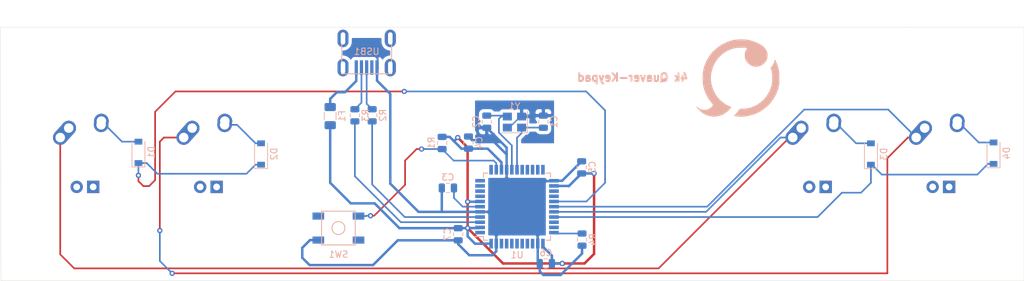
<source format=kicad_pcb>
(kicad_pcb (version 20171130) (host pcbnew "(5.1.4)-1")

  (general
    (thickness 1.6)
    (drawings 8)
    (tracks 235)
    (zones 0)
    (modules 25)
    (nets 45)
  )

  (page A4)
  (layers
    (0 F.Cu signal)
    (31 B.Cu signal)
    (32 B.Adhes user)
    (33 F.Adhes user)
    (34 B.Paste user)
    (35 F.Paste user)
    (36 B.SilkS user)
    (37 F.SilkS user)
    (38 B.Mask user)
    (39 F.Mask user)
    (40 Dwgs.User user)
    (41 Cmts.User user)
    (42 Eco1.User user)
    (43 Eco2.User user)
    (44 Edge.Cuts user)
    (45 Margin user)
    (46 B.CrtYd user)
    (47 F.CrtYd user)
    (48 B.Fab user)
    (49 F.Fab user)
  )

  (setup
    (last_trace_width 0.254)
    (trace_clearance 0.2)
    (zone_clearance 0.508)
    (zone_45_only no)
    (trace_min 0.2)
    (via_size 0.8)
    (via_drill 0.4)
    (via_min_size 0.4)
    (via_min_drill 0.3)
    (uvia_size 0.3)
    (uvia_drill 0.1)
    (uvias_allowed no)
    (uvia_min_size 0.2)
    (uvia_min_drill 0.1)
    (edge_width 0.05)
    (segment_width 0.2)
    (pcb_text_width 0.3)
    (pcb_text_size 1.5 1.5)
    (mod_edge_width 0.12)
    (mod_text_size 1 1)
    (mod_text_width 0.15)
    (pad_size 1.524 1.524)
    (pad_drill 0.762)
    (pad_to_mask_clearance 0.051)
    (solder_mask_min_width 0.25)
    (aux_axis_origin 0 0)
    (visible_elements 7FFFFFFF)
    (pcbplotparams
      (layerselection 0x010fc_ffffffff)
      (usegerberextensions false)
      (usegerberattributes false)
      (usegerberadvancedattributes false)
      (creategerberjobfile false)
      (excludeedgelayer true)
      (linewidth 0.100000)
      (plotframeref false)
      (viasonmask false)
      (mode 1)
      (useauxorigin false)
      (hpglpennumber 1)
      (hpglpenspeed 20)
      (hpglpendiameter 15.000000)
      (psnegative false)
      (psa4output false)
      (plotreference true)
      (plotvalue true)
      (plotinvisibletext false)
      (padsonsilk false)
      (subtractmaskfromsilk false)
      (outputformat 1)
      (mirror false)
      (drillshape 1)
      (scaleselection 1)
      (outputdirectory ""))
  )

  (net 0 "")
  (net 1 GND)
  (net 2 "Net-(C1-Pad1)")
  (net 3 "Net-(C2-Pad1)")
  (net 4 "Net-(C3-Pad1)")
  (net 5 +5V)
  (net 6 "Net-(D1-Pad2)")
  (net 7 ROW0)
  (net 8 "Net-(D2-Pad2)")
  (net 9 "Net-(D3-Pad2)")
  (net 10 ROW1)
  (net 11 "Net-(D4-Pad2)")
  (net 12 VCC)
  (net 13 COL0)
  (net 14 COL1)
  (net 15 "Net-(R1-Pad2)")
  (net 16 D+)
  (net 17 "Net-(R2-Pad1)")
  (net 18 D-)
  (net 19 "Net-(R3-Pad1)")
  (net 20 "Net-(R4-Pad2)")
  (net 21 "Net-(U1-Pad1)")
  (net 22 "Net-(USB1-Pad6)")
  (net 23 "Net-(USB1-Pad2)")
  (net 24 "Net-(U1-Pad42)")
  (net 25 "Net-(U1-Pad41)")
  (net 26 "Net-(U1-Pad40)")
  (net 27 "Net-(U1-Pad39)")
  (net 28 "Net-(U1-Pad38)")
  (net 29 "Net-(U1-Pad37)")
  (net 30 "Net-(U1-Pad36)")
  (net 31 "Net-(U1-Pad32)")
  (net 32 "Net-(U1-Pad31)")
  (net 33 "Net-(U1-Pad26)")
  (net 34 "Net-(U1-Pad25)")
  (net 35 "Net-(U1-Pad22)")
  (net 36 "Net-(U1-Pad21)")
  (net 37 "Net-(U1-Pad20)")
  (net 38 "Net-(U1-Pad19)")
  (net 39 "Net-(U1-Pad18)")
  (net 40 "Net-(U1-Pad12)")
  (net 41 "Net-(U1-Pad11)")
  (net 42 "Net-(U1-Pad10)")
  (net 43 "Net-(U1-Pad9)")
  (net 44 "Net-(U1-Pad8)")

  (net_class Default "This is the default net class."
    (clearance 0.2)
    (trace_width 0.254)
    (via_dia 0.8)
    (via_drill 0.4)
    (uvia_dia 0.3)
    (uvia_drill 0.1)
    (add_net COL0)
    (add_net COL1)
    (add_net D+)
    (add_net D-)
    (add_net "Net-(C1-Pad1)")
    (add_net "Net-(C2-Pad1)")
    (add_net "Net-(C3-Pad1)")
    (add_net "Net-(D1-Pad2)")
    (add_net "Net-(D2-Pad2)")
    (add_net "Net-(D3-Pad2)")
    (add_net "Net-(D4-Pad2)")
    (add_net "Net-(R1-Pad2)")
    (add_net "Net-(R2-Pad1)")
    (add_net "Net-(R3-Pad1)")
    (add_net "Net-(R4-Pad2)")
    (add_net "Net-(U1-Pad1)")
    (add_net "Net-(U1-Pad10)")
    (add_net "Net-(U1-Pad11)")
    (add_net "Net-(U1-Pad12)")
    (add_net "Net-(U1-Pad18)")
    (add_net "Net-(U1-Pad19)")
    (add_net "Net-(U1-Pad20)")
    (add_net "Net-(U1-Pad21)")
    (add_net "Net-(U1-Pad22)")
    (add_net "Net-(U1-Pad25)")
    (add_net "Net-(U1-Pad26)")
    (add_net "Net-(U1-Pad31)")
    (add_net "Net-(U1-Pad32)")
    (add_net "Net-(U1-Pad36)")
    (add_net "Net-(U1-Pad37)")
    (add_net "Net-(U1-Pad38)")
    (add_net "Net-(U1-Pad39)")
    (add_net "Net-(U1-Pad40)")
    (add_net "Net-(U1-Pad41)")
    (add_net "Net-(U1-Pad42)")
    (add_net "Net-(U1-Pad8)")
    (add_net "Net-(U1-Pad9)")
    (add_net "Net-(USB1-Pad2)")
    (add_net "Net-(USB1-Pad6)")
    (add_net ROW0)
    (add_net ROW1)
  )

  (net_class Power ""
    (clearance 0.2)
    (trace_width 0.381)
    (via_dia 0.8)
    (via_drill 0.4)
    (uvia_dia 0.3)
    (uvia_drill 0.1)
    (add_net +5V)
    (add_net GND)
    (add_net VCC)
  )

  (module random-keyboard-parts:quaver-keypad (layer B.Cu) (tedit 0) (tstamp 635F2CBB)
    (at 230.886 93.091 180)
    (fp_text reference G*** (at 0 0) (layer B.SilkS) hide
      (effects (font (size 1.524 1.524) (thickness 0.3)) (justify mirror))
    )
    (fp_text value LOGO (at 0.75 0) (layer B.SilkS) hide
      (effects (font (size 1.524 1.524) (thickness 0.3)) (justify mirror))
    )
    (fp_poly (pts (xy 6.364459 -4.292864) (xy 6.366982 -4.325945) (xy 6.362788 -4.333434) (xy 6.353168 -4.327121)
      (xy 6.351671 -4.305653) (xy 6.35684 -4.283067) (xy 6.364459 -4.292864)) (layer B.SilkS) (width 0.01))
    (fp_poly (pts (xy -0.33538 5.998203) (xy -0.175701 5.995526) (xy -0.035451 5.990705) (xy 0.078224 5.983689)
      (xy 0.15818 5.974427) (xy 0.169333 5.972334) (xy 0.247006 5.958448) (xy 0.347599 5.943394)
      (xy 0.451891 5.930004) (xy 0.472649 5.927648) (xy 0.566259 5.915842) (xy 0.651549 5.902508)
      (xy 0.713933 5.890005) (xy 0.726649 5.886572) (xy 0.796538 5.865626) (xy 0.867833 5.844719)
      (xy 0.950184 5.819773) (xy 1.040365 5.790704) (xy 1.123568 5.762442) (xy 1.184985 5.73992)
      (xy 1.195917 5.735461) (xy 1.246219 5.71891) (xy 1.30969 5.703619) (xy 1.312333 5.7031)
      (xy 1.381922 5.684218) (xy 1.443574 5.659534) (xy 1.499251 5.638021) (xy 1.542397 5.630333)
      (xy 1.579561 5.621085) (xy 1.642595 5.596425) (xy 1.720079 5.560985) (xy 1.749823 5.54622)
      (xy 1.848684 5.496858) (xy 1.956329 5.444446) (xy 2.065648 5.392289) (xy 2.169528 5.343693)
      (xy 2.26086 5.301966) (xy 2.332532 5.270412) (xy 2.377435 5.252337) (xy 2.388383 5.249333)
      (xy 2.413575 5.236623) (xy 2.45791 5.204239) (xy 2.48609 5.181075) (xy 2.555035 5.128015)
      (xy 2.648254 5.063929) (xy 2.752534 4.997168) (xy 2.854666 4.936084) (xy 2.941439 4.889028)
      (xy 2.96816 4.876328) (xy 3.021321 4.845105) (xy 3.055262 4.811331) (xy 3.059022 4.803451)
      (xy 3.080999 4.773791) (xy 3.128642 4.728717) (xy 3.19271 4.67677) (xy 3.210354 4.663604)
      (xy 3.28609 4.603654) (xy 3.377082 4.525037) (xy 3.469559 4.439895) (xy 3.521659 4.389098)
      (xy 3.594927 4.317675) (xy 3.661862 4.256042) (xy 3.714358 4.211452) (xy 3.741517 4.192397)
      (xy 3.781652 4.159946) (xy 3.826935 4.106556) (xy 3.844242 4.081219) (xy 3.886877 4.023425)
      (xy 3.948387 3.951683) (xy 4.016277 3.880471) (xy 4.02385 3.873047) (xy 4.081643 3.814149)
      (xy 4.125238 3.764584) (xy 4.147327 3.732839) (xy 4.148667 3.728089) (xy 4.160684 3.703501)
      (xy 4.193737 3.651802) (xy 4.243327 3.579644) (xy 4.304953 3.493683) (xy 4.332923 3.45563)
      (xy 4.410995 3.345423) (xy 4.490125 3.225575) (xy 4.561434 3.110016) (xy 4.616042 3.012674)
      (xy 4.619266 3.006399) (xy 4.665977 2.918208) (xy 4.710415 2.840381) (xy 4.746501 2.783268)
      (xy 4.763093 2.761619) (xy 4.793425 2.723827) (xy 4.804833 2.699704) (xy 4.813545 2.671001)
      (xy 4.836633 2.614848) (xy 4.869529 2.541652) (xy 4.907661 2.46182) (xy 4.921434 2.434167)
      (xy 4.94536 2.374178) (xy 4.96313 2.311051) (xy 4.980331 2.256811) (xy 5.011142 2.181469)
      (xy 5.048965 2.101123) (xy 5.049845 2.099384) (xy 5.085045 2.024422) (xy 5.110745 1.959203)
      (xy 5.12183 1.916843) (xy 5.121937 1.914525) (xy 5.131531 1.868991) (xy 5.142789 1.850678)
      (xy 5.158268 1.818553) (xy 5.178834 1.751859) (xy 5.202955 1.65784) (xy 5.2291 1.54374)
      (xy 5.25574 1.416802) (xy 5.281342 1.284271) (xy 5.304377 1.15339) (xy 5.323312 1.031403)
      (xy 5.33484 0.941917) (xy 5.347755 0.834713) (xy 5.362534 0.723411) (xy 5.376365 0.628996)
      (xy 5.378794 0.613833) (xy 5.387005 0.536181) (xy 5.392048 0.427855) (xy 5.394177 0.29474)
      (xy 5.393641 0.142719) (xy 5.390693 -0.022322) (xy 5.385582 -0.1945) (xy 5.37856 -0.367929)
      (xy 5.369879 -0.536726) (xy 5.359788 -0.695005) (xy 5.34854 -0.836883) (xy 5.336385 -0.956475)
      (xy 5.323574 -1.047896) (xy 5.310359 -1.105263) (xy 5.304925 -1.117505) (xy 5.296115 -1.146614)
      (xy 5.283872 -1.205623) (xy 5.270655 -1.282511) (xy 5.268969 -1.293345) (xy 5.255227 -1.372064)
      (xy 5.241232 -1.434802) (xy 5.229756 -1.469343) (xy 5.228626 -1.471083) (xy 5.216798 -1.501777)
      (xy 5.202035 -1.560948) (xy 5.188877 -1.628396) (xy 5.173608 -1.701988) (xy 5.156967 -1.759349)
      (xy 5.143879 -1.786088) (xy 5.125224 -1.824465) (xy 5.122333 -1.846983) (xy 5.113446 -1.88284)
      (xy 5.089676 -1.945449) (xy 5.055354 -2.023841) (xy 5.037667 -2.061254) (xy 5.000379 -2.140266)
      (xy 4.97147 -2.205284) (xy 4.955139 -2.246681) (xy 4.953 -2.255387) (xy 4.942695 -2.298797)
      (xy 4.914078 -2.371222) (xy 4.870593 -2.465364) (xy 4.815685 -2.573923) (xy 4.752797 -2.689599)
      (xy 4.725724 -2.737012) (xy 4.675017 -2.826638) (xy 4.633266 -2.904463) (xy 4.604616 -2.96247)
      (xy 4.593212 -2.992642) (xy 4.593167 -2.993449) (xy 4.581462 -3.029618) (xy 4.556125 -3.071847)
      (xy 4.521252 -3.121522) (xy 4.497917 -3.157237) (xy 4.477915 -3.186839) (xy 4.438378 -3.242965)
      (xy 4.38475 -3.317958) (xy 4.322475 -3.404166) (xy 4.312835 -3.41744) (xy 4.249251 -3.505923)
      (xy 4.193238 -3.585714) (xy 4.1504 -3.6487) (xy 4.126346 -3.686767) (xy 4.124899 -3.689446)
      (xy 4.098569 -3.726084) (xy 4.050683 -3.780883) (xy 3.990675 -3.843164) (xy 3.978367 -3.855268)
      (xy 3.888347 -3.949364) (xy 3.831297 -4.025624) (xy 3.80448 -4.088957) (xy 3.805159 -4.144267)
      (xy 3.809518 -4.157983) (xy 3.859862 -4.250082) (xy 3.941371 -4.351572) (xy 4.046503 -4.454695)
      (xy 4.16772 -4.551695) (xy 4.239361 -4.600162) (xy 4.319676 -4.647389) (xy 4.415979 -4.698735)
      (xy 4.51657 -4.748516) (xy 4.609755 -4.791045) (xy 4.683835 -4.820639) (xy 4.709583 -4.828687)
      (xy 4.92752 -4.869254) (xy 5.148459 -4.880908) (xy 5.35993 -4.863564) (xy 5.496164 -4.833978)
      (xy 5.599593 -4.797367) (xy 5.722563 -4.74294) (xy 5.850576 -4.67805) (xy 5.969137 -4.610053)
      (xy 6.063748 -4.546303) (xy 6.064746 -4.545542) (xy 6.107302 -4.518451) (xy 6.135383 -4.5085)
      (xy 6.160332 -4.493229) (xy 6.199681 -4.454224) (xy 6.22504 -4.424461) (xy 6.273653 -4.373033)
      (xy 6.307769 -4.355014) (xy 6.323852 -4.37067) (xy 6.319107 -4.417371) (xy 6.310186 -4.447602)
      (xy 6.296674 -4.475788) (xy 6.273017 -4.509466) (xy 6.233664 -4.556175) (xy 6.173063 -4.623453)
      (xy 6.143625 -4.655635) (xy 6.090848 -4.715759) (xy 6.051646 -4.765229) (xy 6.033105 -4.79498)
      (xy 6.0325 -4.797824) (xy 6.017855 -4.821151) (xy 5.978175 -4.86658) (xy 5.919839 -4.927838)
      (xy 5.849228 -4.998652) (xy 5.772722 -5.072749) (xy 5.6967 -5.143857) (xy 5.627543 -5.205701)
      (xy 5.571631 -5.252009) (xy 5.566833 -5.25568) (xy 5.506075 -5.298485) (xy 5.452689 -5.330678)
      (xy 5.42925 -5.341352) (xy 5.389209 -5.362729) (xy 5.334086 -5.402219) (xy 5.30225 -5.428441)
      (xy 5.249757 -5.473943) (xy 5.208593 -5.509449) (xy 5.194791 -5.521241) (xy 5.15754 -5.542174)
      (xy 5.120707 -5.556014) (xy 5.063078 -5.57621) (xy 5.005917 -5.599408) (xy 4.947518 -5.625086)
      (xy 4.87399 -5.657481) (xy 4.843036 -5.671137) (xy 4.781021 -5.696416) (xy 4.733015 -5.712267)
      (xy 4.717894 -5.715) (xy 4.688167 -5.721514) (xy 4.628035 -5.739121) (xy 4.547049 -5.764915)
      (xy 4.478608 -5.787803) (xy 4.181569 -5.868238) (xy 3.869879 -5.913846) (xy 3.554058 -5.923832)
      (xy 3.244627 -5.897405) (xy 3.175 -5.886009) (xy 3.056677 -5.860963) (xy 2.923742 -5.826978)
      (xy 2.801021 -5.79051) (xy 2.776921 -5.782475) (xy 2.688115 -5.753399) (xy 2.611065 -5.730612)
      (xy 2.5567 -5.717228) (xy 2.540045 -5.715) (xy 2.500549 -5.705767) (xy 2.488038 -5.695377)
      (xy 2.461482 -5.67691) (xy 2.410932 -5.655822) (xy 2.39683 -5.651194) (xy 2.192994 -5.568543)
      (xy 2.010833 -5.452994) (xy 1.943152 -5.403531) (xy 1.881187 -5.361933) (xy 1.8415 -5.338881)
      (xy 1.78327 -5.305508) (xy 1.708218 -5.255062) (xy 1.627617 -5.196012) (xy 1.55274 -5.136825)
      (xy 1.494858 -5.085967) (xy 1.471117 -5.060665) (xy 1.434974 -5.017499) (xy 1.381508 -4.956953)
      (xy 1.324355 -4.894371) (xy 1.267268 -4.831325) (xy 1.218084 -4.774118) (xy 1.187538 -4.73525)
      (xy 1.149077 -4.685489) (xy 1.105339 -4.6355) (xy 1.038492 -4.551076) (xy 1.009754 -4.480863)
      (xy 1.019579 -4.425968) (xy 1.019585 -4.425958) (xy 1.049799 -4.399072) (xy 1.105962 -4.36385)
      (xy 1.174556 -4.32727) (xy 1.242064 -4.296313) (xy 1.29497 -4.277957) (xy 1.31066 -4.275667)
      (xy 1.338101 -4.266567) (xy 1.39216 -4.242506) (xy 1.462047 -4.208338) (xy 1.47509 -4.201687)
      (xy 1.547393 -4.166146) (xy 1.606571 -4.13991) (xy 1.641437 -4.127882) (xy 1.644087 -4.127603)
      (xy 1.6738 -4.115532) (xy 1.723395 -4.084653) (xy 1.760504 -4.0579) (xy 1.82814 -4.009542)
      (xy 1.912586 -3.953289) (xy 1.984427 -3.908169) (xy 2.053426 -3.865139) (xy 2.109918 -3.827641)
      (xy 2.142265 -3.803418) (xy 2.143177 -3.802561) (xy 2.169215 -3.780059) (xy 2.221047 -3.737196)
      (xy 2.291344 -3.679976) (xy 2.372776 -3.6144) (xy 2.378933 -3.609469) (xy 2.529366 -3.483294)
      (xy 2.677873 -3.348116) (xy 2.819313 -3.209425) (xy 2.948548 -3.072709) (xy 3.060438 -2.943458)
      (xy 3.149844 -2.827161) (xy 3.211626 -2.729308) (xy 3.221698 -2.709333) (xy 3.246223 -2.667782)
      (xy 3.286193 -2.609426) (xy 3.332362 -2.546744) (xy 3.375485 -2.492216) (xy 3.406316 -2.458318)
      (xy 3.409896 -2.455333) (xy 3.423253 -2.433814) (xy 3.450509 -2.382448) (xy 3.487528 -2.30969)
      (xy 3.530173 -2.223991) (xy 3.574307 -2.133804) (xy 3.615794 -2.047582) (xy 3.650496 -1.973778)
      (xy 3.674276 -1.920845) (xy 3.683 -1.897297) (xy 3.692924 -1.874205) (xy 3.718603 -1.826442)
      (xy 3.745349 -1.779951) (xy 3.78354 -1.705159) (xy 3.812814 -1.62989) (xy 3.822262 -1.593811)
      (xy 3.839246 -1.524972) (xy 3.86113 -1.464888) (xy 3.863242 -1.4605) (xy 3.883237 -1.405923)
      (xy 3.900866 -1.334361) (xy 3.904801 -1.312333) (xy 3.929408 -1.194871) (xy 3.966873 -1.060575)
      (xy 4.011018 -0.931333) (xy 4.04296 -0.820489) (xy 4.069397 -0.675274) (xy 4.090067 -0.503326)
      (xy 4.104706 -0.312283) (xy 4.113051 -0.109781) (xy 4.11484 0.096541) (xy 4.109809 0.299047)
      (xy 4.097695 0.490099) (xy 4.078235 0.662061) (xy 4.068076 0.725247) (xy 4.049662 0.824352)
      (xy 4.032492 0.908757) (xy 4.018518 0.969364) (xy 4.009847 0.996834) (xy 3.997296 1.028586)
      (xy 3.979431 1.087051) (xy 3.96534 1.13942) (xy 3.941481 1.233162) (xy 3.915866 1.333822)
      (xy 3.905178 1.375833) (xy 3.864053 1.531031) (xy 3.82726 1.653642) (xy 3.79149 1.752718)
      (xy 3.753433 1.837312) (xy 3.709778 1.916475) (xy 3.703928 1.926167) (xy 3.684794 1.961866)
      (xy 3.655265 2.021398) (xy 3.630009 2.074333) (xy 3.597501 2.142247) (xy 3.569838 2.197606)
      (xy 3.556396 2.2225) (xy 3.538096 2.258176) (xy 3.509982 2.318401) (xy 3.484456 2.375753)
      (xy 3.444107 2.454871) (xy 3.396659 2.529039) (xy 3.36671 2.566253) (xy 3.323522 2.618066)
      (xy 3.293668 2.664465) (xy 3.288771 2.675958) (xy 3.268865 2.721539) (xy 3.257396 2.739458)
      (xy 3.189727 2.825389) (xy 3.139614 2.893147) (xy 3.096947 2.956602) (xy 3.082519 2.979376)
      (xy 3.033264 3.047512) (xy 2.977307 3.110475) (xy 2.959068 3.127543) (xy 2.852414 3.227168)
      (xy 2.730676 3.35364) (xy 2.707318 3.379149) (xy 2.663388 3.423769) (xy 2.600628 3.483078)
      (xy 2.532487 3.544375) (xy 2.531295 3.545417) (xy 2.439407 3.626413) (xy 2.375515 3.684676)
      (xy 2.335158 3.724647) (xy 2.313875 3.750771) (xy 2.307203 3.767491) (xy 2.307167 3.768629)
      (xy 2.290544 3.787598) (xy 2.281846 3.788833) (xy 2.253193 3.79976) (xy 2.204025 3.82684)
      (xy 2.148205 3.861525) (xy 2.099597 3.895267) (xy 2.074333 3.91679) (xy 2.051502 3.933009)
      (xy 2.003609 3.962706) (xy 1.958964 3.989021) (xy 1.878093 4.039176) (xy 1.794073 4.096364)
      (xy 1.761551 4.120297) (xy 1.705761 4.159655) (xy 1.661253 4.185333) (xy 1.644087 4.191021)
      (xy 1.614323 4.19996) (xy 1.558036 4.223607) (xy 1.486312 4.257236) (xy 1.471083 4.264748)
      (xy 1.398708 4.29972) (xy 1.340761 4.325814) (xy 1.307757 4.338342) (xy 1.304949 4.338811)
      (xy 1.272429 4.347713) (xy 1.215327 4.369921) (xy 1.146836 4.399626) (xy 1.080148 4.431021)
      (xy 1.028453 4.458297) (xy 1.016 4.466026) (xy 0.964888 4.494055) (xy 0.894171 4.52129)
      (xy 0.798726 4.549166) (xy 0.673431 4.579116) (xy 0.513163 4.612576) (xy 0.4445 4.626031)
      (xy 0.357553 4.644408) (xy 0.278754 4.663769) (xy 0.224388 4.680093) (xy 0.22225 4.680891)
      (xy 0.182653 4.688124) (xy 0.107082 4.694897) (xy 0.001892 4.701082) (xy -0.126559 4.706553)
      (xy -0.271914 4.71118) (xy -0.427816 4.714837) (xy -0.587909 4.717394) (xy -0.745834 4.718724)
      (xy -0.895236 4.7187) (xy -1.029758 4.717193) (xy -1.143042 4.714075) (xy -1.21991 4.709913)
      (xy -1.314659 4.701871) (xy -1.375622 4.693333) (xy -1.411303 4.681936) (xy -1.430208 4.665315)
      (xy -1.438019 4.649291) (xy -1.439987 4.596666) (xy -1.415399 4.553271) (xy -1.387104 4.51111)
      (xy -1.375833 4.482774) (xy -1.365262 4.455425) (xy -1.337808 4.404693) (xy -1.306737 4.353337)
      (xy -1.250217 4.262316) (xy -1.211614 4.194359) (xy -1.185396 4.137287) (xy -1.166031 4.078921)
      (xy -1.147985 4.007081) (xy -1.146459 4.0005) (xy -1.130721 3.901761) (xy -1.120361 3.772905)
      (xy -1.11537 3.625802) (xy -1.115742 3.472323) (xy -1.121467 3.324341) (xy -1.132539 3.193726)
      (xy -1.14705 3.100917) (xy -1.172373 3.004287) (xy -1.204859 2.911268) (xy -1.240024 2.832489)
      (xy -1.273382 2.778581) (xy -1.289498 2.763282) (xy -1.308652 2.738486) (xy -1.337345 2.687244)
      (xy -1.361243 2.638056) (xy -1.40501 2.565201) (xy -1.474411 2.475445) (xy -1.561177 2.377242)
      (xy -1.657042 2.279046) (xy -1.753739 2.189312) (xy -1.843001 2.116494) (xy -1.91656 2.069046)
      (xy -1.918701 2.067973) (xy -1.99428 2.028172) (xy -2.082807 1.978227) (xy -2.144334 1.941582)
      (xy -2.269719 1.879636) (xy -2.408875 1.843313) (xy -2.419501 1.841546) (xy -2.507545 1.826309)
      (xy -2.589657 1.810335) (xy -2.645833 1.797623) (xy -2.756949 1.780946) (xy -2.892914 1.779558)
      (xy -3.043258 1.79169) (xy -3.197508 1.81557) (xy -3.345193 1.849428) (xy -3.475842 1.891491)
      (xy -3.578983 1.93999) (xy -3.610056 1.960692) (xy -3.674368 2.002098) (xy -3.747669 2.039864)
      (xy -3.757865 2.044274) (xy -3.888937 2.116078) (xy -4.023242 2.219871) (xy -4.152312 2.346954)
      (xy -4.267682 2.488633) (xy -4.360885 2.63621) (xy -4.388974 2.692559) (xy -4.416071 2.744953)
      (xy -4.439147 2.778614) (xy -4.443735 2.782635) (xy -4.471437 2.816276) (xy -4.503201 2.879574)
      (xy -4.534314 2.960773) (xy -4.56006 3.048116) (xy -4.571386 3.100917) (xy -4.597988 3.257726)
      (xy -4.616144 3.38178) (xy -4.62649 3.481669) (xy -4.629666 3.565983) (xy -4.626308 3.643315)
      (xy -4.617376 3.720042) (xy -4.596389 3.861584) (xy -4.578071 3.969679) (xy -4.559849 4.052887)
      (xy -4.539152 4.11977) (xy -4.513406 4.178889) (xy -4.48004 4.238803) (xy -4.444368 4.295812)
      (xy -4.398082 4.370135) (xy -4.362179 4.431907) (xy -4.341859 4.471981) (xy -4.339167 4.480917)
      (xy -4.326695 4.510759) (xy -4.29671 4.552875) (xy -4.2967 4.552886) (xy -4.215253 4.650177)
      (xy -4.155396 4.720903) (xy -4.111798 4.77117) (xy -4.079129 4.807084) (xy -4.052058 4.834751)
      (xy -4.042833 4.843699) (xy -3.992438 4.888695) (xy -3.929034 4.94076) (xy -3.861852 4.992902)
      (xy -3.800124 5.038133) (xy -3.753079 5.069463) (xy -3.730754 5.08) (xy -3.7049 5.0931)
      (xy -3.661432 5.126223) (xy -3.639187 5.145539) (xy -3.588063 5.184146) (xy -3.517545 5.228093)
      (xy -3.439403 5.271135) (xy -3.365404 5.307025) (xy -3.307316 5.329519) (xy -3.284075 5.334)
      (xy -3.260988 5.348313) (xy -3.259667 5.355167) (xy -3.243912 5.375722) (xy -3.238982 5.376334)
      (xy -3.20975 5.38575) (xy -3.150325 5.411723) (xy -3.067843 5.45084) (xy -2.969438 5.499685)
      (xy -2.862245 5.554846) (xy -2.82575 5.574069) (xy -2.756756 5.605654) (xy -2.694198 5.626037)
      (xy -2.665942 5.630245) (xy -2.617054 5.637398) (xy -2.591858 5.649801) (xy -2.561472 5.665823)
      (xy -2.504364 5.686589) (xy -2.455333 5.70128) (xy -2.327155 5.736767) (xy -2.233819 5.763322)
      (xy -2.169252 5.78287) (xy -2.127379 5.797337) (xy -2.102125 5.808646) (xy -2.089015 5.817358)
      (xy -2.049409 5.835318) (xy -1.970792 5.857222) (xy -1.856237 5.882433) (xy -1.708817 5.91031)
      (xy -1.531606 5.940216) (xy -1.397 5.961181) (xy -1.301368 5.972088) (xy -1.175151 5.981207)
      (xy -1.025496 5.988488) (xy -0.859547 5.993878) (xy -0.684448 5.997328) (xy -0.507344 5.998787)
      (xy -0.33538 5.998203)) (layer B.SilkS) (width 0.01))
    (fp_poly (pts (xy -5.727642 2.839918) (xy -5.715915 2.787629) (xy -5.70381 2.712895) (xy -5.687687 2.640646)
      (xy -5.665611 2.576421) (xy -5.660061 2.564728) (xy -5.638726 2.516534) (xy -5.630464 2.484483)
      (xy -5.619674 2.440265) (xy -5.591784 2.37279) (xy -5.553041 2.294114) (xy -5.509693 2.216291)
      (xy -5.467989 2.151377) (xy -5.439833 2.116667) (xy -5.426083 2.093793) (xy -5.399337 2.042909)
      (xy -5.364906 1.974178) (xy -5.358112 1.960305) (xy -5.308282 1.87213) (xy -5.247909 1.784825)
      (xy -5.19407 1.721623) (xy -5.128436 1.642185) (xy -5.101592 1.571243) (xy -5.112297 1.503527)
      (xy -5.133788 1.46568) (xy -5.172205 1.390535) (xy -5.209283 1.278938) (xy -5.243247 1.136768)
      (xy -5.259944 1.04775) (xy -5.277406 0.952425) (xy -5.29624 0.859612) (xy -5.312619 0.788086)
      (xy -5.313885 0.783167) (xy -5.322829 0.725468) (xy -5.329981 0.632392) (xy -5.33537 0.510856)
      (xy -5.339025 0.367776) (xy -5.340976 0.210069) (xy -5.341251 0.044653) (xy -5.339879 -0.121556)
      (xy -5.33689 -0.281641) (xy -5.332312 -0.428685) (xy -5.326175 -0.555771) (xy -5.318507 -0.655982)
      (xy -5.309339 -0.722401) (xy -5.307527 -0.73025) (xy -5.286378 -0.823942) (xy -5.268066 -0.92372)
      (xy -5.26086 -0.973667) (xy -5.233122 -1.123165) (xy -5.189015 -1.270291) (xy -5.14411 -1.375833)
      (xy -5.114329 -1.445143) (xy -5.09268 -1.51375) (xy -5.091609 -1.518465) (xy -5.075937 -1.569085)
      (xy -5.058196 -1.598404) (xy -5.057205 -1.59909) (xy -5.041192 -1.627724) (xy -5.036949 -1.657541)
      (xy -5.027428 -1.705362) (xy -5.004516 -1.768428) (xy -4.995333 -1.788583) (xy -4.970011 -1.84661)
      (xy -4.955219 -1.891298) (xy -4.953718 -1.901019) (xy -4.941886 -1.947199) (xy -4.912901 -2.014007)
      (xy -4.874109 -2.087546) (xy -4.832854 -2.15392) (xy -4.796482 -2.19923) (xy -4.795723 -2.199949)
      (xy -4.754521 -2.252872) (xy -4.730488 -2.308362) (xy -4.710528 -2.361174) (xy -4.687056 -2.392962)
      (xy -4.661217 -2.423133) (xy -4.656667 -2.436542) (xy -4.645774 -2.461741) (xy -4.616847 -2.512345)
      (xy -4.575515 -2.578658) (xy -4.562962 -2.597992) (xy -4.496745 -2.695497) (xy -4.431892 -2.781722)
      (xy -4.355682 -2.873125) (xy -4.31086 -2.924202) (xy -4.27872 -2.972615) (xy -4.266814 -3.000213)
      (xy -4.244646 -3.037176) (xy -4.20158 -3.088337) (xy -4.166294 -3.124011) (xy -4.071395 -3.214614)
      (xy -3.998854 -3.286268) (xy -3.939549 -3.348328) (xy -3.88436 -3.410148) (xy -3.862917 -3.435114)
      (xy -3.813261 -3.487754) (xy -3.769987 -3.523887) (xy -3.7465 -3.534765) (xy -3.718464 -3.548678)
      (xy -3.668301 -3.585964) (xy -3.604065 -3.640312) (xy -3.557395 -3.682913) (xy -3.486484 -3.746931)
      (xy -3.422593 -3.799918) (xy -3.374535 -3.834801) (xy -3.356312 -3.84431) (xy -3.319126 -3.863481)
      (xy -3.260736 -3.901822) (xy -3.192677 -3.95167) (xy -3.180746 -3.960916) (xy -3.11638 -4.009478)
      (xy -3.064025 -4.045732) (xy -3.033043 -4.063282) (xy -3.02988 -4.064) (xy -3.00156 -4.078459)
      (xy -2.986224 -4.093673) (xy -2.947759 -4.121043) (xy -2.904257 -4.137656) (xy -2.849196 -4.158394)
      (xy -2.815167 -4.179562) (xy -2.769747 -4.206909) (xy -2.7305 -4.2217) (xy -2.671831 -4.241474)
      (xy -2.614083 -4.265223) (xy -2.507232 -4.313641) (xy -2.431814 -4.346741) (xy -2.380969 -4.367251)
      (xy -2.347835 -4.377899) (xy -2.325551 -4.381413) (xy -2.321651 -4.3815) (xy -2.291038 -4.389948)
      (xy -2.286 -4.398772) (xy -2.2675 -4.417052) (xy -2.219495 -4.442327) (xy -2.153232 -4.470121)
      (xy -2.079955 -4.495954) (xy -2.010909 -4.515351) (xy -1.97654 -4.521988) (xy -1.901869 -4.538189)
      (xy -1.831801 -4.561659) (xy -1.827718 -4.563436) (xy -1.761671 -4.584671) (xy -1.700039 -4.593167)
      (xy -1.644835 -4.598918) (xy -1.570034 -4.613639) (xy -1.523321 -4.625494) (xy -1.451452 -4.639292)
      (xy -1.339234 -4.652065) (xy -1.188643 -4.663643) (xy -1.001655 -4.673859) (xy -0.910642 -4.677787)
      (xy -0.766601 -4.684001) (xy -0.633988 -4.690527) (xy -0.519576 -4.696967) (xy -0.430137 -4.702924)
      (xy -0.372445 -4.708) (xy -0.356543 -4.710306) (xy -0.313691 -4.734502) (xy -0.258474 -4.785642)
      (xy -0.19941 -4.853848) (xy -0.145017 -4.929239) (xy -0.103813 -5.001937) (xy -0.102335 -5.005142)
      (xy -0.078817 -5.044341) (xy -0.060103 -5.058833) (xy -0.045498 -5.07653) (xy -0.042333 -5.099786)
      (xy -0.02829 -5.131478) (xy 0.009614 -5.184537) (xy 0.065036 -5.250665) (xy 0.111125 -5.300565)
      (xy 0.194022 -5.387706) (xy 0.283316 -5.48285) (xy 0.363983 -5.569951) (xy 0.389863 -5.598279)
      (xy 0.449194 -5.66025) (xy 0.500464 -5.707787) (xy 0.535536 -5.733577) (xy 0.543322 -5.736167)
      (xy 0.56931 -5.746685) (xy 0.56266 -5.773011) (xy 0.525845 -5.807306) (xy 0.519536 -5.811572)
      (xy 0.46753 -5.831523) (xy 0.378261 -5.849204) (xy 0.256782 -5.863648) (xy 0.239078 -5.865221)
      (xy 0.121438 -5.875972) (xy -0.002745 -5.888391) (xy -0.113935 -5.900486) (xy -0.158195 -5.905745)
      (xy -0.287111 -5.916759) (xy -0.444615 -5.922595) (xy -0.617301 -5.923409) (xy -0.79176 -5.919356)
      (xy -0.954585 -5.91059) (xy -1.09237 -5.897267) (xy -1.11125 -5.894716) (xy -1.22032 -5.879194)
      (xy -1.33555 -5.862744) (xy -1.434946 -5.848507) (xy -1.449917 -5.846356) (xy -1.552767 -5.827865)
      (xy -1.666935 -5.80186) (xy -1.74625 -5.78022) (xy -1.843908 -5.753087) (xy -1.947826 -5.727919)
      (xy -2.021417 -5.712832) (xy -2.103068 -5.69527) (xy -2.178156 -5.674061) (xy -2.215116 -5.660303)
      (xy -2.280824 -5.638889) (xy -2.342116 -5.630203) (xy -2.407281 -5.619856) (xy -2.459199 -5.600448)
      (xy -2.522671 -5.57461) (xy -2.586199 -5.557242) (xy -2.641896 -5.542045) (xy -2.711841 -5.517166)
      (xy -2.782993 -5.488013) (xy -2.842309 -5.459991) (xy -2.876747 -5.43851) (xy -2.87933 -5.435712)
      (xy -2.90322 -5.419872) (xy -2.954568 -5.393382) (xy -3.016914 -5.364399) (xy -3.097648 -5.32813)
      (xy -3.196499 -5.283174) (xy -3.300858 -5.235323) (xy -3.39812 -5.190369) (xy -3.475676 -5.154103)
      (xy -3.503083 -5.141057) (xy -3.544804 -5.114646) (xy -3.599215 -5.072557) (xy -3.6195 -5.055188)
      (xy -3.683423 -5.006505) (xy -3.751095 -4.966171) (xy -3.767667 -4.958474) (xy -3.807294 -4.935912)
      (xy -3.871753 -4.892922) (xy -3.952875 -4.835594) (xy -4.042493 -4.770014) (xy -4.132438 -4.70227)
      (xy -4.214541 -4.638452) (xy -4.280635 -4.584647) (xy -4.32255 -4.546943) (xy -4.328583 -4.540406)
      (xy -4.362595 -4.512064) (xy -4.402667 -4.487472) (xy -4.438975 -4.460651) (xy -4.495025 -4.410411)
      (xy -4.562193 -4.344757) (xy -4.611584 -4.293515) (xy -4.677268 -4.225673) (xy -4.733668 -4.171223)
      (xy -4.773882 -4.136601) (xy -4.789612 -4.1275) (xy -4.81602 -4.112634) (xy -4.855437 -4.076677)
      (xy -4.895723 -4.032589) (xy -4.924735 -3.993331) (xy -4.931833 -3.975684) (xy -4.945696 -3.954135)
      (xy -4.983059 -3.909833) (xy -5.037583 -3.850056) (xy -5.08 -3.80555) (xy -5.142586 -3.738491)
      (xy -5.192094 -3.680769) (xy -5.222125 -3.640119) (xy -5.228167 -3.626522) (xy -5.243948 -3.592611)
      (xy -5.254687 -3.58351) (xy -5.280807 -3.557045) (xy -5.318832 -3.507697) (xy -5.343835 -3.471333)
      (xy -5.389284 -3.40527) (xy -5.448212 -3.323664) (xy -5.507815 -3.244246) (xy -5.555703 -3.179681)
      (xy -5.591388 -3.127238) (xy -5.608519 -3.096373) (xy -5.609167 -3.093379) (xy -5.623641 -3.065175)
      (xy -5.639556 -3.049129) (xy -5.666094 -3.010793) (xy -5.683751 -2.961053) (xy -5.704654 -2.906986)
      (xy -5.742155 -2.84067) (xy -5.764486 -2.808293) (xy -5.800743 -2.757064) (xy -5.833356 -2.703822)
      (xy -5.867612 -2.638683) (xy -5.908798 -2.551761) (xy -5.947598 -2.465917) (xy -5.996531 -2.354846)
      (xy -6.02914 -2.276669) (xy -6.047488 -2.226147) (xy -6.05364 -2.198042) (xy -6.053667 -2.196715)
      (xy -6.061869 -2.164387) (xy -6.082747 -2.109381) (xy -6.097314 -2.075724) (xy -6.168629 -1.914311)
      (xy -6.221617 -1.785855) (xy -6.257859 -1.685956) (xy -6.278938 -1.61021) (xy -6.286436 -1.554218)
      (xy -6.2865 -1.549369) (xy -6.295133 -1.48082) (xy -6.316028 -1.409689) (xy -6.31721 -1.406808)
      (xy -6.336267 -1.344675) (xy -6.35312 -1.261727) (xy -6.361313 -1.201113) (xy -6.375052 -1.108002)
      (xy -6.395765 -1.012485) (xy -6.409978 -0.963083) (xy -6.418681 -0.932609) (xy -6.425853 -0.895552)
      (xy -6.431636 -0.847797) (xy -6.436173 -0.785228) (xy -6.439608 -0.703732) (xy -6.442082 -0.599192)
      (xy -6.443739 -0.467495) (xy -6.444722 -0.304525) (xy -6.445174 -0.106167) (xy -6.44525 0.052917)
      (xy -6.444958 0.287306) (xy -6.444021 0.48251) (xy -6.442352 0.641673) (xy -6.439862 0.767941)
      (xy -6.436461 0.864457) (xy -6.432062 0.934367) (xy -6.426575 0.980815) (xy -6.419912 1.006945)
      (xy -6.418244 1.01034) (xy -6.403081 1.053168) (xy -6.387017 1.124503) (xy -6.373001 1.210698)
      (xy -6.370208 1.23259) (xy -6.357969 1.319459) (xy -6.344233 1.394005) (xy -6.331521 1.443028)
      (xy -6.328718 1.449917) (xy -6.313673 1.49441) (xy -6.297362 1.562398) (xy -6.288589 1.608667)
      (xy -6.244554 1.788316) (xy -6.17567 1.968352) (xy -6.170701 1.979083) (xy -6.119894 2.08952)
      (xy -6.085578 2.169661) (xy -6.064989 2.226911) (xy -6.055362 2.268676) (xy -6.053667 2.292683)
      (xy -6.047413 2.334299) (xy -6.034182 2.3495) (xy -6.016812 2.36781) (xy -6.00094 2.412309)
      (xy -5.999975 2.416528) (xy -5.977769 2.483325) (xy -5.945456 2.54882) (xy -5.917899 2.609619)
      (xy -5.905619 2.667563) (xy -5.905579 2.670027) (xy -5.894757 2.716048) (xy -5.87375 2.738155)
      (xy -5.845614 2.765081) (xy -5.842 2.780318) (xy -5.825786 2.812711) (xy -5.790393 2.844113)
      (xy -5.760608 2.861685) (xy -5.741116 2.862445) (xy -5.727642 2.839918)) (layer B.SilkS) (width 0.01))
  )

  (module MX_Alps_Hybrid:MX-1U (layer F.Cu) (tedit 5A9F3A9A) (tstamp 635DC941)
    (at 243.205 104.775)
    (path /5D09AA2F)
    (fp_text reference MX3 (at 0 3.175) (layer Dwgs.User)
      (effects (font (size 1 1) (thickness 0.15)))
    )
    (fp_text value MX-NoLED (at 0 -7.9375) (layer Dwgs.User)
      (effects (font (size 1 1) (thickness 0.15)))
    )
    (fp_line (start 5 -7) (end 7 -7) (layer Dwgs.User) (width 0.15))
    (fp_line (start 7 -7) (end 7 -5) (layer Dwgs.User) (width 0.15))
    (fp_line (start 5 7) (end 7 7) (layer Dwgs.User) (width 0.15))
    (fp_line (start 7 7) (end 7 5) (layer Dwgs.User) (width 0.15))
    (fp_line (start -7 5) (end -7 7) (layer Dwgs.User) (width 0.15))
    (fp_line (start -7 7) (end -5 7) (layer Dwgs.User) (width 0.15))
    (fp_line (start -5 -7) (end -7 -7) (layer Dwgs.User) (width 0.15))
    (fp_line (start -7 -7) (end -7 -5) (layer Dwgs.User) (width 0.15))
    (fp_line (start -9.525 -9.525) (end 9.525 -9.525) (layer Dwgs.User) (width 0.15))
    (fp_line (start 9.525 -9.525) (end 9.525 9.525) (layer Dwgs.User) (width 0.15))
    (fp_line (start 9.525 9.525) (end -9.525 9.525) (layer Dwgs.User) (width 0.15))
    (fp_line (start -9.525 9.525) (end -9.525 -9.525) (layer Dwgs.User) (width 0.15))
    (pad 2 thru_hole oval (at 2.5 -4.5 86.0548) (size 2.831378 2.25) (drill 1.47 (offset 0.290689 0)) (layers *.Cu B.Mask)
      (net 9 "Net-(D3-Pad2)"))
    (pad 2 thru_hole circle (at 2.54 -5.08) (size 2.25 2.25) (drill 1.47) (layers *.Cu B.Mask)
      (net 9 "Net-(D3-Pad2)"))
    (pad 1 thru_hole oval (at -3.81 -2.54 48.0996) (size 4.211556 2.25) (drill 1.47 (offset 0.980778 0)) (layers *.Cu B.Mask)
      (net 13 COL0))
    (pad "" np_thru_hole circle (at 0 0) (size 3.9878 3.9878) (drill 3.9878) (layers *.Cu *.Mask))
    (pad 1 thru_hole circle (at -2.5 -4) (size 2.25 2.25) (drill 1.47) (layers *.Cu B.Mask)
      (net 13 COL0))
    (pad 3 thru_hole circle (at -1.27 5.08) (size 1.905 1.905) (drill 1.04) (layers *.Cu B.Mask))
    (pad 4 thru_hole rect (at 1.27 5.08) (size 1.905 1.905) (drill 1.04) (layers *.Cu B.Mask))
    (pad "" np_thru_hole circle (at -5.08 0 48.0996) (size 1.75 1.75) (drill 1.75) (layers *.Cu *.Mask))
    (pad "" np_thru_hole circle (at 5.08 0 48.0996) (size 1.75 1.75) (drill 1.75) (layers *.Cu *.Mask))
  )

  (module random-keyboard-parts:Molex-0548190589 (layer B.Cu) (tedit 5C494815) (tstamp 635DCA1F)
    (at 173.647 86.94 270)
    (path /5C3480A6)
    (attr smd)
    (fp_text reference USB1 (at 2.032 0 180) (layer B.SilkS)
      (effects (font (size 1 1) (thickness 0.15)) (justify mirror))
    )
    (fp_text value Molex-0548190589 (at -5.08 0 180) (layer Dwgs.User)
      (effects (font (size 1 1) (thickness 0.15)))
    )
    (fp_line (start -3.75 3.85) (end -3.75 -3.85) (layer Dwgs.User) (width 0.15))
    (fp_line (start -1.75 4.572) (end -1.75 -4.572) (layer Dwgs.User) (width 0.15))
    (fp_line (start -3.75 -3.85) (end 0 -3.85) (layer Dwgs.User) (width 0.15))
    (fp_line (start -3.75 3.85) (end 0 3.85) (layer Dwgs.User) (width 0.15))
    (fp_line (start 5.45 3.85) (end 5.45 -3.85) (layer B.SilkS) (width 0.15))
    (fp_line (start 0 -3.85) (end 5.45 -3.85) (layer B.SilkS) (width 0.15))
    (fp_line (start 0 3.85) (end 5.45 3.85) (layer B.SilkS) (width 0.15))
    (fp_line (start -3.75 3.75) (end 5.5 3.75) (layer B.CrtYd) (width 0.15))
    (fp_line (start 5.5 3.75) (end 5.5 -3.75) (layer B.CrtYd) (width 0.15))
    (fp_line (start 5.5 -3.75) (end -3.75 -3.75) (layer B.CrtYd) (width 0.15))
    (fp_line (start -3.75 -3.75) (end -3.75 3.75) (layer B.CrtYd) (width 0.15))
    (fp_line (start 5.5 2) (end 3.25 2) (layer B.CrtYd) (width 0.15))
    (fp_line (start 3.25 2) (end 3.25 -2) (layer B.CrtYd) (width 0.15))
    (fp_line (start 3.25 -2) (end 5.5 -2) (layer B.CrtYd) (width 0.15))
    (fp_line (start 5.5 -1.25) (end 3.25 -1.25) (layer B.CrtYd) (width 0.15))
    (fp_line (start 3.25 -0.5) (end 5.5 -0.5) (layer B.CrtYd) (width 0.15))
    (fp_line (start 5.5 0.5) (end 3.25 0.5) (layer B.CrtYd) (width 0.15))
    (fp_line (start 3.25 1.25) (end 5.5 1.25) (layer B.CrtYd) (width 0.15))
    (fp_text user %R (at 2 0 180) (layer B.CrtYd)
      (effects (font (size 1 1) (thickness 0.15)) (justify mirror))
    )
    (pad 1 smd rect (at 4.5 -1.6 270) (size 2.25 0.5) (layers B.Cu B.Paste B.Mask)
      (net 1 GND))
    (pad 2 smd rect (at 4.5 -0.8 270) (size 2.25 0.5) (layers B.Cu B.Paste B.Mask)
      (net 23 "Net-(USB1-Pad2)"))
    (pad 3 smd rect (at 4.5 0 270) (size 2.25 0.5) (layers B.Cu B.Paste B.Mask)
      (net 16 D+))
    (pad 4 smd rect (at 4.5 0.8 270) (size 2.25 0.5) (layers B.Cu B.Paste B.Mask)
      (net 18 D-))
    (pad 5 smd rect (at 4.5 1.6 270) (size 2.25 0.5) (layers B.Cu B.Paste B.Mask)
      (net 12 VCC))
    (pad 6 thru_hole oval (at 4.5 3.65 270) (size 2.7 1.7) (drill oval 1.9 0.7) (layers *.Cu *.Mask)
      (net 22 "Net-(USB1-Pad6)"))
    (pad 6 thru_hole oval (at 4.5 -3.65 270) (size 2.7 1.7) (drill oval 1.9 0.7) (layers *.Cu *.Mask)
      (net 22 "Net-(USB1-Pad6)"))
    (pad 6 thru_hole oval (at 0 -3.65 270) (size 2.7 1.7) (drill oval 1.9 0.7) (layers *.Cu *.Mask)
      (net 22 "Net-(USB1-Pad6)"))
    (pad 6 thru_hole oval (at 0 3.65 270) (size 2.7 1.7) (drill oval 1.9 0.7) (layers *.Cu *.Mask)
      (net 22 "Net-(USB1-Pad6)"))
  )

  (module MX_Alps_Hybrid:MX-1U (layer F.Cu) (tedit 5A9F3A9A) (tstamp 635DC95A)
    (at 262.255 104.775)
    (path /5D09B9B4)
    (fp_text reference MX4 (at 0 3.175) (layer Dwgs.User)
      (effects (font (size 1 1) (thickness 0.15)))
    )
    (fp_text value MX-NoLED (at 0 -7.9375) (layer Dwgs.User)
      (effects (font (size 1 1) (thickness 0.15)))
    )
    (fp_line (start 5 -7) (end 7 -7) (layer Dwgs.User) (width 0.15))
    (fp_line (start 7 -7) (end 7 -5) (layer Dwgs.User) (width 0.15))
    (fp_line (start 5 7) (end 7 7) (layer Dwgs.User) (width 0.15))
    (fp_line (start 7 7) (end 7 5) (layer Dwgs.User) (width 0.15))
    (fp_line (start -7 5) (end -7 7) (layer Dwgs.User) (width 0.15))
    (fp_line (start -7 7) (end -5 7) (layer Dwgs.User) (width 0.15))
    (fp_line (start -5 -7) (end -7 -7) (layer Dwgs.User) (width 0.15))
    (fp_line (start -7 -7) (end -7 -5) (layer Dwgs.User) (width 0.15))
    (fp_line (start -9.525 -9.525) (end 9.525 -9.525) (layer Dwgs.User) (width 0.15))
    (fp_line (start 9.525 -9.525) (end 9.525 9.525) (layer Dwgs.User) (width 0.15))
    (fp_line (start 9.525 9.525) (end -9.525 9.525) (layer Dwgs.User) (width 0.15))
    (fp_line (start -9.525 9.525) (end -9.525 -9.525) (layer Dwgs.User) (width 0.15))
    (pad 2 thru_hole oval (at 2.5 -4.5 86.0548) (size 2.831378 2.25) (drill 1.47 (offset 0.290689 0)) (layers *.Cu B.Mask)
      (net 11 "Net-(D4-Pad2)"))
    (pad 2 thru_hole circle (at 2.54 -5.08) (size 2.25 2.25) (drill 1.47) (layers *.Cu B.Mask)
      (net 11 "Net-(D4-Pad2)"))
    (pad 1 thru_hole oval (at -3.81 -2.54 48.0996) (size 4.211556 2.25) (drill 1.47 (offset 0.980778 0)) (layers *.Cu B.Mask)
      (net 14 COL1))
    (pad "" np_thru_hole circle (at 0 0) (size 3.9878 3.9878) (drill 3.9878) (layers *.Cu *.Mask))
    (pad 1 thru_hole circle (at -2.5 -4) (size 2.25 2.25) (drill 1.47) (layers *.Cu B.Mask)
      (net 14 COL1))
    (pad 3 thru_hole circle (at -1.27 5.08) (size 1.905 1.905) (drill 1.04) (layers *.Cu B.Mask))
    (pad 4 thru_hole rect (at 1.27 5.08) (size 1.905 1.905) (drill 1.04) (layers *.Cu B.Mask))
    (pad "" np_thru_hole circle (at -5.08 0 48.0996) (size 1.75 1.75) (drill 1.75) (layers *.Cu *.Mask))
    (pad "" np_thru_hole circle (at 5.08 0 48.0996) (size 1.75 1.75) (drill 1.75) (layers *.Cu *.Mask))
  )

  (module Crystal:Crystal_SMD_3225-4Pin_3.2x2.5mm (layer B.Cu) (tedit 5A0FD1B2) (tstamp 635DCA33)
    (at 196.45775 99.8465 180)
    (descr "SMD Crystal SERIES SMD3225/4 http://www.txccrystal.com/images/pdf/7m-accuracy.pdf, 3.2x2.5mm^2 package")
    (tags "SMD SMT crystal")
    (path /5CEBCEA8)
    (attr smd)
    (fp_text reference Y1 (at 0 2.45) (layer B.SilkS)
      (effects (font (size 1 1) (thickness 0.15)) (justify mirror))
    )
    (fp_text value Crystal_GND24_Small (at 0 -2.45) (layer B.Fab)
      (effects (font (size 1 1) (thickness 0.15)) (justify mirror))
    )
    (fp_text user %R (at 1.924999 0.590001) (layer B.Fab)
      (effects (font (size 0.7 0.7) (thickness 0.105)) (justify mirror))
    )
    (fp_line (start -1.6 1.25) (end -1.6 -1.25) (layer B.Fab) (width 0.1))
    (fp_line (start -1.6 -1.25) (end 1.6 -1.25) (layer B.Fab) (width 0.1))
    (fp_line (start 1.6 -1.25) (end 1.6 1.25) (layer B.Fab) (width 0.1))
    (fp_line (start 1.6 1.25) (end -1.6 1.25) (layer B.Fab) (width 0.1))
    (fp_line (start -1.6 -0.25) (end -0.6 -1.25) (layer B.Fab) (width 0.1))
    (fp_line (start -2 1.65) (end -2 -1.65) (layer B.SilkS) (width 0.12))
    (fp_line (start -2 -1.65) (end 2 -1.65) (layer B.SilkS) (width 0.12))
    (fp_line (start -2.1 1.7) (end -2.1 -1.7) (layer B.CrtYd) (width 0.05))
    (fp_line (start -2.1 -1.7) (end 2.1 -1.7) (layer B.CrtYd) (width 0.05))
    (fp_line (start 2.1 -1.7) (end 2.1 1.7) (layer B.CrtYd) (width 0.05))
    (fp_line (start 2.1 1.7) (end -2.1 1.7) (layer B.CrtYd) (width 0.05))
    (pad 1 smd rect (at -1.1 -0.85 180) (size 1.4 1.2) (layers B.Cu B.Paste B.Mask)
      (net 2 "Net-(C1-Pad1)"))
    (pad 2 smd rect (at 1.1 -0.85 180) (size 1.4 1.2) (layers B.Cu B.Paste B.Mask)
      (net 1 GND))
    (pad 3 smd rect (at 1.1 0.85 180) (size 1.4 1.2) (layers B.Cu B.Paste B.Mask)
      (net 3 "Net-(C2-Pad1)"))
    (pad 4 smd rect (at -1.1 0.85 180) (size 1.4 1.2) (layers B.Cu B.Paste B.Mask)
      (net 1 GND))
    (model ${KISYS3DMOD}/Crystal.3dshapes/Crystal_SMD_3225-4Pin_3.2x2.5mm.wrl
      (at (xyz 0 0 0))
      (scale (xyz 1 1 1))
      (rotate (xyz 0 0 0))
    )
  )

  (module Package_QFP:TQFP-44_10x10mm_P0.8mm (layer B.Cu) (tedit 5A02F146) (tstamp 635DC9FF)
    (at 196.85 112.903)
    (descr "44-Lead Plastic Thin Quad Flatpack (PT) - 10x10x1.0 mm Body [TQFP] (see Microchip Packaging Specification 00000049BS.pdf)")
    (tags "QFP 0.8")
    (path /5CEB8A23)
    (attr smd)
    (fp_text reference U1 (at 0 7.45) (layer B.SilkS)
      (effects (font (size 1 1) (thickness 0.15)) (justify mirror))
    )
    (fp_text value ATmega32U4-AU (at 0 -7.45) (layer B.Fab)
      (effects (font (size 1 1) (thickness 0.15)) (justify mirror))
    )
    (fp_text user %R (at 0 0) (layer B.Fab)
      (effects (font (size 1 1) (thickness 0.15)) (justify mirror))
    )
    (fp_line (start -4 5) (end 5 5) (layer B.Fab) (width 0.15))
    (fp_line (start 5 5) (end 5 -5) (layer B.Fab) (width 0.15))
    (fp_line (start 5 -5) (end -5 -5) (layer B.Fab) (width 0.15))
    (fp_line (start -5 -5) (end -5 4) (layer B.Fab) (width 0.15))
    (fp_line (start -5 4) (end -4 5) (layer B.Fab) (width 0.15))
    (fp_line (start -6.7 6.7) (end -6.7 -6.7) (layer B.CrtYd) (width 0.05))
    (fp_line (start 6.7 6.7) (end 6.7 -6.7) (layer B.CrtYd) (width 0.05))
    (fp_line (start -6.7 6.7) (end 6.7 6.7) (layer B.CrtYd) (width 0.05))
    (fp_line (start -6.7 -6.7) (end 6.7 -6.7) (layer B.CrtYd) (width 0.05))
    (fp_line (start -5.175 5.175) (end -5.175 4.6) (layer B.SilkS) (width 0.15))
    (fp_line (start 5.175 5.175) (end 5.175 4.5) (layer B.SilkS) (width 0.15))
    (fp_line (start 5.175 -5.175) (end 5.175 -4.5) (layer B.SilkS) (width 0.15))
    (fp_line (start -5.175 -5.175) (end -5.175 -4.5) (layer B.SilkS) (width 0.15))
    (fp_line (start -5.175 5.175) (end -4.5 5.175) (layer B.SilkS) (width 0.15))
    (fp_line (start -5.175 -5.175) (end -4.5 -5.175) (layer B.SilkS) (width 0.15))
    (fp_line (start 5.175 -5.175) (end 4.5 -5.175) (layer B.SilkS) (width 0.15))
    (fp_line (start 5.175 5.175) (end 4.5 5.175) (layer B.SilkS) (width 0.15))
    (fp_line (start -5.175 4.6) (end -6.45 4.6) (layer B.SilkS) (width 0.15))
    (pad 1 smd rect (at -5.7 4) (size 1.5 0.55) (layers B.Cu B.Paste B.Mask)
      (net 21 "Net-(U1-Pad1)"))
    (pad 2 smd rect (at -5.7 3.2) (size 1.5 0.55) (layers B.Cu B.Paste B.Mask)
      (net 5 +5V))
    (pad 3 smd rect (at -5.7 2.4) (size 1.5 0.55) (layers B.Cu B.Paste B.Mask)
      (net 19 "Net-(R3-Pad1)"))
    (pad 4 smd rect (at -5.7 1.6) (size 1.5 0.55) (layers B.Cu B.Paste B.Mask)
      (net 17 "Net-(R2-Pad1)"))
    (pad 5 smd rect (at -5.7 0.8) (size 1.5 0.55) (layers B.Cu B.Paste B.Mask)
      (net 1 GND))
    (pad 6 smd rect (at -5.7 0) (size 1.5 0.55) (layers B.Cu B.Paste B.Mask)
      (net 4 "Net-(C3-Pad1)"))
    (pad 7 smd rect (at -5.7 -0.8) (size 1.5 0.55) (layers B.Cu B.Paste B.Mask)
      (net 5 +5V))
    (pad 8 smd rect (at -5.7 -1.6) (size 1.5 0.55) (layers B.Cu B.Paste B.Mask)
      (net 44 "Net-(U1-Pad8)"))
    (pad 9 smd rect (at -5.7 -2.4) (size 1.5 0.55) (layers B.Cu B.Paste B.Mask)
      (net 43 "Net-(U1-Pad9)"))
    (pad 10 smd rect (at -5.7 -3.2) (size 1.5 0.55) (layers B.Cu B.Paste B.Mask)
      (net 42 "Net-(U1-Pad10)"))
    (pad 11 smd rect (at -5.7 -4) (size 1.5 0.55) (layers B.Cu B.Paste B.Mask)
      (net 41 "Net-(U1-Pad11)"))
    (pad 12 smd rect (at -4 -5.7 270) (size 1.5 0.55) (layers B.Cu B.Paste B.Mask)
      (net 40 "Net-(U1-Pad12)"))
    (pad 13 smd rect (at -3.2 -5.7 270) (size 1.5 0.55) (layers B.Cu B.Paste B.Mask)
      (net 15 "Net-(R1-Pad2)"))
    (pad 14 smd rect (at -2.4 -5.7 270) (size 1.5 0.55) (layers B.Cu B.Paste B.Mask)
      (net 5 +5V))
    (pad 15 smd rect (at -1.6 -5.7 270) (size 1.5 0.55) (layers B.Cu B.Paste B.Mask)
      (net 1 GND))
    (pad 16 smd rect (at -0.8 -5.7 270) (size 1.5 0.55) (layers B.Cu B.Paste B.Mask)
      (net 3 "Net-(C2-Pad1)"))
    (pad 17 smd rect (at 0 -5.7 270) (size 1.5 0.55) (layers B.Cu B.Paste B.Mask)
      (net 2 "Net-(C1-Pad1)"))
    (pad 18 smd rect (at 0.8 -5.7 270) (size 1.5 0.55) (layers B.Cu B.Paste B.Mask)
      (net 39 "Net-(U1-Pad18)"))
    (pad 19 smd rect (at 1.6 -5.7 270) (size 1.5 0.55) (layers B.Cu B.Paste B.Mask)
      (net 38 "Net-(U1-Pad19)"))
    (pad 20 smd rect (at 2.4 -5.7 270) (size 1.5 0.55) (layers B.Cu B.Paste B.Mask)
      (net 37 "Net-(U1-Pad20)"))
    (pad 21 smd rect (at 3.2 -5.7 270) (size 1.5 0.55) (layers B.Cu B.Paste B.Mask)
      (net 36 "Net-(U1-Pad21)"))
    (pad 22 smd rect (at 4 -5.7 270) (size 1.5 0.55) (layers B.Cu B.Paste B.Mask)
      (net 35 "Net-(U1-Pad22)"))
    (pad 23 smd rect (at 5.7 -4) (size 1.5 0.55) (layers B.Cu B.Paste B.Mask)
      (net 1 GND))
    (pad 24 smd rect (at 5.7 -3.2) (size 1.5 0.55) (layers B.Cu B.Paste B.Mask)
      (net 5 +5V))
    (pad 25 smd rect (at 5.7 -2.4) (size 1.5 0.55) (layers B.Cu B.Paste B.Mask)
      (net 34 "Net-(U1-Pad25)"))
    (pad 26 smd rect (at 5.7 -1.6) (size 1.5 0.55) (layers B.Cu B.Paste B.Mask)
      (net 33 "Net-(U1-Pad26)"))
    (pad 27 smd rect (at 5.7 -0.8) (size 1.5 0.55) (layers B.Cu B.Paste B.Mask)
      (net 7 ROW0))
    (pad 28 smd rect (at 5.7 0) (size 1.5 0.55) (layers B.Cu B.Paste B.Mask)
      (net 14 COL1))
    (pad 29 smd rect (at 5.7 0.8) (size 1.5 0.55) (layers B.Cu B.Paste B.Mask)
      (net 13 COL0))
    (pad 30 smd rect (at 5.7 1.6) (size 1.5 0.55) (layers B.Cu B.Paste B.Mask)
      (net 10 ROW1))
    (pad 31 smd rect (at 5.7 2.4) (size 1.5 0.55) (layers B.Cu B.Paste B.Mask)
      (net 32 "Net-(U1-Pad31)"))
    (pad 32 smd rect (at 5.7 3.2) (size 1.5 0.55) (layers B.Cu B.Paste B.Mask)
      (net 31 "Net-(U1-Pad32)"))
    (pad 33 smd rect (at 5.7 4) (size 1.5 0.55) (layers B.Cu B.Paste B.Mask)
      (net 20 "Net-(R4-Pad2)"))
    (pad 34 smd rect (at 4 5.7 270) (size 1.5 0.55) (layers B.Cu B.Paste B.Mask)
      (net 5 +5V))
    (pad 35 smd rect (at 3.2 5.7 270) (size 1.5 0.55) (layers B.Cu B.Paste B.Mask)
      (net 1 GND))
    (pad 36 smd rect (at 2.4 5.7 270) (size 1.5 0.55) (layers B.Cu B.Paste B.Mask)
      (net 30 "Net-(U1-Pad36)"))
    (pad 37 smd rect (at 1.6 5.7 270) (size 1.5 0.55) (layers B.Cu B.Paste B.Mask)
      (net 29 "Net-(U1-Pad37)"))
    (pad 38 smd rect (at 0.8 5.7 270) (size 1.5 0.55) (layers B.Cu B.Paste B.Mask)
      (net 28 "Net-(U1-Pad38)"))
    (pad 39 smd rect (at 0 5.7 270) (size 1.5 0.55) (layers B.Cu B.Paste B.Mask)
      (net 27 "Net-(U1-Pad39)"))
    (pad 40 smd rect (at -0.8 5.7 270) (size 1.5 0.55) (layers B.Cu B.Paste B.Mask)
      (net 26 "Net-(U1-Pad40)"))
    (pad 41 smd rect (at -1.6 5.7 270) (size 1.5 0.55) (layers B.Cu B.Paste B.Mask)
      (net 25 "Net-(U1-Pad41)"))
    (pad 42 smd rect (at -2.4 5.7 270) (size 1.5 0.55) (layers B.Cu B.Paste B.Mask)
      (net 24 "Net-(U1-Pad42)"))
    (pad 43 smd rect (at -3.2 5.7 270) (size 1.5 0.55) (layers B.Cu B.Paste B.Mask)
      (net 1 GND))
    (pad 44 smd rect (at -4 5.7 270) (size 1.5 0.55) (layers B.Cu B.Paste B.Mask)
      (net 5 +5V))
    (model ${KISYS3DMOD}/Package_QFP.3dshapes/TQFP-44_10x10mm_P0.8mm.wrl
      (at (xyz 0 0 0))
      (scale (xyz 1 1 1))
      (rotate (xyz 0 0 0))
    )
  )

  (module random-keyboard-parts:SKQG-1155865 (layer B.Cu) (tedit 5E62B398) (tstamp 635DC9BC)
    (at 169.291 116.205 180)
    (path /5C3455FB)
    (attr smd)
    (fp_text reference SW1 (at 0 -4.064) (layer B.SilkS)
      (effects (font (size 1 1) (thickness 0.15)) (justify mirror))
    )
    (fp_text value SW_Push (at 0 4.064) (layer B.Fab)
      (effects (font (size 1 1) (thickness 0.15)) (justify mirror))
    )
    (fp_line (start -2.6 -1.1) (end -1.1 -2.6) (layer B.Fab) (width 0.15))
    (fp_line (start 2.6 -1.1) (end 1.1 -2.6) (layer B.Fab) (width 0.15))
    (fp_line (start 2.6 1.1) (end 1.1 2.6) (layer B.Fab) (width 0.15))
    (fp_line (start -2.6 1.1) (end -1.1 2.6) (layer B.Fab) (width 0.15))
    (fp_circle (center 0 0) (end 1 0) (layer B.Fab) (width 0.15))
    (fp_line (start -4.2 1.1) (end -4.2 2.6) (layer B.Fab) (width 0.15))
    (fp_line (start -2.6 1.1) (end -4.2 1.1) (layer B.Fab) (width 0.15))
    (fp_line (start -2.6 -1.1) (end -2.6 1.1) (layer B.Fab) (width 0.15))
    (fp_line (start -4.2 -1.1) (end -2.6 -1.1) (layer B.Fab) (width 0.15))
    (fp_line (start -4.2 -2.6) (end -4.2 -1.1) (layer B.Fab) (width 0.15))
    (fp_line (start 4.2 -2.6) (end -4.2 -2.6) (layer B.Fab) (width 0.15))
    (fp_line (start 4.2 -1.1) (end 4.2 -2.6) (layer B.Fab) (width 0.15))
    (fp_line (start 2.6 -1.1) (end 4.2 -1.1) (layer B.Fab) (width 0.15))
    (fp_line (start 2.6 1.1) (end 2.6 -1.1) (layer B.Fab) (width 0.15))
    (fp_line (start 4.2 1.1) (end 2.6 1.1) (layer B.Fab) (width 0.15))
    (fp_line (start 4.2 2.6) (end 4.2 1.2) (layer B.Fab) (width 0.15))
    (fp_line (start -4.2 2.6) (end 4.2 2.6) (layer B.Fab) (width 0.15))
    (fp_circle (center 0 0) (end 1 0) (layer B.SilkS) (width 0.15))
    (fp_line (start -2.6 -2.6) (end -2.6 2.6) (layer B.SilkS) (width 0.15))
    (fp_line (start 2.6 -2.6) (end -2.6 -2.6) (layer B.SilkS) (width 0.15))
    (fp_line (start 2.6 2.6) (end 2.6 -2.6) (layer B.SilkS) (width 0.15))
    (fp_line (start -2.6 2.6) (end 2.6 2.6) (layer B.SilkS) (width 0.15))
    (pad 1 smd rect (at 3.1 -1.85 180) (size 1.8 1.1) (layers B.Cu B.Paste B.Mask)
      (net 1 GND))
    (pad 2 smd rect (at -3.1 1.85 180) (size 1.8 1.1) (layers B.Cu B.Paste B.Mask)
      (net 15 "Net-(R1-Pad2)"))
    (pad 3 smd rect (at 3.1 1.85 180) (size 1.8 1.1) (layers B.Cu B.Paste B.Mask))
    (pad 4 smd rect (at -3.1 -1.85 180) (size 1.8 1.1) (layers B.Cu B.Paste B.Mask))
    (model ${KISYS3DMOD}/Button_Switch_SMD.3dshapes/SW_SPST_TL3342.step
      (at (xyz 0 0 0))
      (scale (xyz 1 1 1))
      (rotate (xyz 0 0 0))
    )
  )

  (module Resistor_SMD:R_0805_2012Metric (layer B.Cu) (tedit 5B36C52B) (tstamp 635DC99E)
    (at 206.883 117.983 90)
    (descr "Resistor SMD 0805 (2012 Metric), square (rectangular) end terminal, IPC_7351 nominal, (Body size source: https://docs.google.com/spreadsheets/d/1BsfQQcO9C6DZCsRaXUlFlo91Tg2WpOkGARC1WS5S8t0/edit?usp=sharing), generated with kicad-footprint-generator")
    (tags resistor)
    (path /5C33F45C)
    (attr smd)
    (fp_text reference R4 (at 0 1.65 90) (layer B.SilkS)
      (effects (font (size 1 1) (thickness 0.15)) (justify mirror))
    )
    (fp_text value 10k (at 0 -1.65 90) (layer B.Fab)
      (effects (font (size 1 1) (thickness 0.15)) (justify mirror))
    )
    (fp_line (start -1 -0.6) (end -1 0.6) (layer B.Fab) (width 0.1))
    (fp_line (start -1 0.6) (end 1 0.6) (layer B.Fab) (width 0.1))
    (fp_line (start 1 0.6) (end 1 -0.6) (layer B.Fab) (width 0.1))
    (fp_line (start 1 -0.6) (end -1 -0.6) (layer B.Fab) (width 0.1))
    (fp_line (start -0.258578 0.71) (end 0.258578 0.71) (layer B.SilkS) (width 0.12))
    (fp_line (start -0.258578 -0.71) (end 0.258578 -0.71) (layer B.SilkS) (width 0.12))
    (fp_line (start -1.68 -0.95) (end -1.68 0.95) (layer B.CrtYd) (width 0.05))
    (fp_line (start -1.68 0.95) (end 1.68 0.95) (layer B.CrtYd) (width 0.05))
    (fp_line (start 1.68 0.95) (end 1.68 -0.95) (layer B.CrtYd) (width 0.05))
    (fp_line (start 1.68 -0.95) (end -1.68 -0.95) (layer B.CrtYd) (width 0.05))
    (fp_text user %R (at 0 0 90) (layer B.Fab)
      (effects (font (size 0.5 0.5) (thickness 0.08)) (justify mirror))
    )
    (pad 1 smd roundrect (at -0.9375 0 90) (size 0.975 1.4) (layers B.Cu B.Paste B.Mask) (roundrect_rratio 0.25)
      (net 1 GND))
    (pad 2 smd roundrect (at 0.9375 0 90) (size 0.975 1.4) (layers B.Cu B.Paste B.Mask) (roundrect_rratio 0.25)
      (net 20 "Net-(R4-Pad2)"))
    (model ${KISYS3DMOD}/Resistor_SMD.3dshapes/R_0805_2012Metric.wrl
      (at (xyz 0 0 0))
      (scale (xyz 1 1 1))
      (rotate (xyz 0 0 0))
    )
  )

  (module Resistor_SMD:R_0805_2012Metric (layer B.Cu) (tedit 5B36C52B) (tstamp 635DC98D)
    (at 171.831 98.806 90)
    (descr "Resistor SMD 0805 (2012 Metric), square (rectangular) end terminal, IPC_7351 nominal, (Body size source: https://docs.google.com/spreadsheets/d/1BsfQQcO9C6DZCsRaXUlFlo91Tg2WpOkGARC1WS5S8t0/edit?usp=sharing), generated with kicad-footprint-generator")
    (tags resistor)
    (path /5C33F726)
    (attr smd)
    (fp_text reference R3 (at 0 1.65 90) (layer B.SilkS)
      (effects (font (size 1 1) (thickness 0.15)) (justify mirror))
    )
    (fp_text value 22 (at 0 -1.65 90) (layer B.Fab)
      (effects (font (size 1 1) (thickness 0.15)) (justify mirror))
    )
    (fp_line (start -1 -0.6) (end -1 0.6) (layer B.Fab) (width 0.1))
    (fp_line (start -1 0.6) (end 1 0.6) (layer B.Fab) (width 0.1))
    (fp_line (start 1 0.6) (end 1 -0.6) (layer B.Fab) (width 0.1))
    (fp_line (start 1 -0.6) (end -1 -0.6) (layer B.Fab) (width 0.1))
    (fp_line (start -0.258578 0.71) (end 0.258578 0.71) (layer B.SilkS) (width 0.12))
    (fp_line (start -0.258578 -0.71) (end 0.258578 -0.71) (layer B.SilkS) (width 0.12))
    (fp_line (start -1.68 -0.95) (end -1.68 0.95) (layer B.CrtYd) (width 0.05))
    (fp_line (start -1.68 0.95) (end 1.68 0.95) (layer B.CrtYd) (width 0.05))
    (fp_line (start 1.68 0.95) (end 1.68 -0.95) (layer B.CrtYd) (width 0.05))
    (fp_line (start 1.68 -0.95) (end -1.68 -0.95) (layer B.CrtYd) (width 0.05))
    (fp_text user %R (at 0 0 90) (layer B.Fab)
      (effects (font (size 0.5 0.5) (thickness 0.08)) (justify mirror))
    )
    (pad 1 smd roundrect (at -0.9375 0 90) (size 0.975 1.4) (layers B.Cu B.Paste B.Mask) (roundrect_rratio 0.25)
      (net 19 "Net-(R3-Pad1)"))
    (pad 2 smd roundrect (at 0.9375 0 90) (size 0.975 1.4) (layers B.Cu B.Paste B.Mask) (roundrect_rratio 0.25)
      (net 18 D-))
    (model ${KISYS3DMOD}/Resistor_SMD.3dshapes/R_0805_2012Metric.wrl
      (at (xyz 0 0 0))
      (scale (xyz 1 1 1))
      (rotate (xyz 0 0 0))
    )
  )

  (module Resistor_SMD:R_0805_2012Metric (layer B.Cu) (tedit 5B36C52B) (tstamp 635DC97C)
    (at 174.498 98.806 90)
    (descr "Resistor SMD 0805 (2012 Metric), square (rectangular) end terminal, IPC_7351 nominal, (Body size source: https://docs.google.com/spreadsheets/d/1BsfQQcO9C6DZCsRaXUlFlo91Tg2WpOkGARC1WS5S8t0/edit?usp=sharing), generated with kicad-footprint-generator")
    (tags resistor)
    (path /5C33F6F4)
    (attr smd)
    (fp_text reference R2 (at 0 1.65 90) (layer B.SilkS)
      (effects (font (size 1 1) (thickness 0.15)) (justify mirror))
    )
    (fp_text value 22 (at 0 -1.65 90) (layer B.Fab)
      (effects (font (size 1 1) (thickness 0.15)) (justify mirror))
    )
    (fp_line (start -1 -0.6) (end -1 0.6) (layer B.Fab) (width 0.1))
    (fp_line (start -1 0.6) (end 1 0.6) (layer B.Fab) (width 0.1))
    (fp_line (start 1 0.6) (end 1 -0.6) (layer B.Fab) (width 0.1))
    (fp_line (start 1 -0.6) (end -1 -0.6) (layer B.Fab) (width 0.1))
    (fp_line (start -0.258578 0.71) (end 0.258578 0.71) (layer B.SilkS) (width 0.12))
    (fp_line (start -0.258578 -0.71) (end 0.258578 -0.71) (layer B.SilkS) (width 0.12))
    (fp_line (start -1.68 -0.95) (end -1.68 0.95) (layer B.CrtYd) (width 0.05))
    (fp_line (start -1.68 0.95) (end 1.68 0.95) (layer B.CrtYd) (width 0.05))
    (fp_line (start 1.68 0.95) (end 1.68 -0.95) (layer B.CrtYd) (width 0.05))
    (fp_line (start 1.68 -0.95) (end -1.68 -0.95) (layer B.CrtYd) (width 0.05))
    (fp_text user %R (at 0 0 90) (layer B.Fab)
      (effects (font (size 0.5 0.5) (thickness 0.08)) (justify mirror))
    )
    (pad 1 smd roundrect (at -0.9375 0 90) (size 0.975 1.4) (layers B.Cu B.Paste B.Mask) (roundrect_rratio 0.25)
      (net 17 "Net-(R2-Pad1)"))
    (pad 2 smd roundrect (at 0.9375 0 90) (size 0.975 1.4) (layers B.Cu B.Paste B.Mask) (roundrect_rratio 0.25)
      (net 16 D+))
    (model ${KISYS3DMOD}/Resistor_SMD.3dshapes/R_0805_2012Metric.wrl
      (at (xyz 0 0 0))
      (scale (xyz 1 1 1))
      (rotate (xyz 0 0 0))
    )
  )

  (module Resistor_SMD:R_0805_2012Metric (layer B.Cu) (tedit 5B36C52B) (tstamp 635DC96B)
    (at 185.293 103.0755 270)
    (descr "Resistor SMD 0805 (2012 Metric), square (rectangular) end terminal, IPC_7351 nominal, (Body size source: https://docs.google.com/spreadsheets/d/1BsfQQcO9C6DZCsRaXUlFlo91Tg2WpOkGARC1WS5S8t0/edit?usp=sharing), generated with kicad-footprint-generator")
    (tags resistor)
    (path /5C3466FD)
    (attr smd)
    (fp_text reference R1 (at 0 1.65 90) (layer B.SilkS)
      (effects (font (size 1 1) (thickness 0.15)) (justify mirror))
    )
    (fp_text value 10k (at 0 -1.65 90) (layer B.Fab)
      (effects (font (size 1 1) (thickness 0.15)) (justify mirror))
    )
    (fp_line (start -1 -0.6) (end -1 0.6) (layer B.Fab) (width 0.1))
    (fp_line (start -1 0.6) (end 1 0.6) (layer B.Fab) (width 0.1))
    (fp_line (start 1 0.6) (end 1 -0.6) (layer B.Fab) (width 0.1))
    (fp_line (start 1 -0.6) (end -1 -0.6) (layer B.Fab) (width 0.1))
    (fp_line (start -0.258578 0.71) (end 0.258578 0.71) (layer B.SilkS) (width 0.12))
    (fp_line (start -0.258578 -0.71) (end 0.258578 -0.71) (layer B.SilkS) (width 0.12))
    (fp_line (start -1.68 -0.95) (end -1.68 0.95) (layer B.CrtYd) (width 0.05))
    (fp_line (start -1.68 0.95) (end 1.68 0.95) (layer B.CrtYd) (width 0.05))
    (fp_line (start 1.68 0.95) (end 1.68 -0.95) (layer B.CrtYd) (width 0.05))
    (fp_line (start 1.68 -0.95) (end -1.68 -0.95) (layer B.CrtYd) (width 0.05))
    (fp_text user %R (at 0 0 90) (layer B.Fab)
      (effects (font (size 0.5 0.5) (thickness 0.08)) (justify mirror))
    )
    (pad 1 smd roundrect (at -0.9375 0 270) (size 0.975 1.4) (layers B.Cu B.Paste B.Mask) (roundrect_rratio 0.25)
      (net 5 +5V))
    (pad 2 smd roundrect (at 0.9375 0 270) (size 0.975 1.4) (layers B.Cu B.Paste B.Mask) (roundrect_rratio 0.25)
      (net 15 "Net-(R1-Pad2)"))
    (model ${KISYS3DMOD}/Resistor_SMD.3dshapes/R_0805_2012Metric.wrl
      (at (xyz 0 0 0))
      (scale (xyz 1 1 1))
      (rotate (xyz 0 0 0))
    )
  )

  (module MX_Alps_Hybrid:MX-1U (layer F.Cu) (tedit 5A9F3A9A) (tstamp 635DC928)
    (at 149.225 104.775)
    (path /5D09A176)
    (fp_text reference MX2 (at 0 3.175) (layer Dwgs.User)
      (effects (font (size 1 1) (thickness 0.15)))
    )
    (fp_text value MX-NoLED (at 0 -7.9375) (layer Dwgs.User)
      (effects (font (size 1 1) (thickness 0.15)))
    )
    (fp_line (start 5 -7) (end 7 -7) (layer Dwgs.User) (width 0.15))
    (fp_line (start 7 -7) (end 7 -5) (layer Dwgs.User) (width 0.15))
    (fp_line (start 5 7) (end 7 7) (layer Dwgs.User) (width 0.15))
    (fp_line (start 7 7) (end 7 5) (layer Dwgs.User) (width 0.15))
    (fp_line (start -7 5) (end -7 7) (layer Dwgs.User) (width 0.15))
    (fp_line (start -7 7) (end -5 7) (layer Dwgs.User) (width 0.15))
    (fp_line (start -5 -7) (end -7 -7) (layer Dwgs.User) (width 0.15))
    (fp_line (start -7 -7) (end -7 -5) (layer Dwgs.User) (width 0.15))
    (fp_line (start -9.525 -9.525) (end 9.525 -9.525) (layer Dwgs.User) (width 0.15))
    (fp_line (start 9.525 -9.525) (end 9.525 9.525) (layer Dwgs.User) (width 0.15))
    (fp_line (start 9.525 9.525) (end -9.525 9.525) (layer Dwgs.User) (width 0.15))
    (fp_line (start -9.525 9.525) (end -9.525 -9.525) (layer Dwgs.User) (width 0.15))
    (pad 2 thru_hole oval (at 2.5 -4.5 86.0548) (size 2.831378 2.25) (drill 1.47 (offset 0.290689 0)) (layers *.Cu B.Mask)
      (net 8 "Net-(D2-Pad2)"))
    (pad 2 thru_hole circle (at 2.54 -5.08) (size 2.25 2.25) (drill 1.47) (layers *.Cu B.Mask)
      (net 8 "Net-(D2-Pad2)"))
    (pad 1 thru_hole oval (at -3.81 -2.54 48.0996) (size 4.211556 2.25) (drill 1.47 (offset 0.980778 0)) (layers *.Cu B.Mask)
      (net 14 COL1))
    (pad "" np_thru_hole circle (at 0 0) (size 3.9878 3.9878) (drill 3.9878) (layers *.Cu *.Mask))
    (pad 1 thru_hole circle (at -2.5 -4) (size 2.25 2.25) (drill 1.47) (layers *.Cu B.Mask)
      (net 14 COL1))
    (pad 3 thru_hole circle (at -1.27 5.08) (size 1.905 1.905) (drill 1.04) (layers *.Cu B.Mask))
    (pad 4 thru_hole rect (at 1.27 5.08) (size 1.905 1.905) (drill 1.04) (layers *.Cu B.Mask))
    (pad "" np_thru_hole circle (at -5.08 0 48.0996) (size 1.75 1.75) (drill 1.75) (layers *.Cu *.Mask))
    (pad "" np_thru_hole circle (at 5.08 0 48.0996) (size 1.75 1.75) (drill 1.75) (layers *.Cu *.Mask))
  )

  (module MX_Alps_Hybrid:MX-1U (layer F.Cu) (tedit 5A9F3A9A) (tstamp 635DC90F)
    (at 130.175 104.775)
    (path /5D099790)
    (fp_text reference MX1 (at 0 3.175) (layer Dwgs.User)
      (effects (font (size 1 1) (thickness 0.15)))
    )
    (fp_text value MX-NoLED (at 0 -7.9375) (layer Dwgs.User)
      (effects (font (size 1 1) (thickness 0.15)))
    )
    (fp_line (start 5 -7) (end 7 -7) (layer Dwgs.User) (width 0.15))
    (fp_line (start 7 -7) (end 7 -5) (layer Dwgs.User) (width 0.15))
    (fp_line (start 5 7) (end 7 7) (layer Dwgs.User) (width 0.15))
    (fp_line (start 7 7) (end 7 5) (layer Dwgs.User) (width 0.15))
    (fp_line (start -7 5) (end -7 7) (layer Dwgs.User) (width 0.15))
    (fp_line (start -7 7) (end -5 7) (layer Dwgs.User) (width 0.15))
    (fp_line (start -5 -7) (end -7 -7) (layer Dwgs.User) (width 0.15))
    (fp_line (start -7 -7) (end -7 -5) (layer Dwgs.User) (width 0.15))
    (fp_line (start -9.525 -9.525) (end 9.525 -9.525) (layer Dwgs.User) (width 0.15))
    (fp_line (start 9.525 -9.525) (end 9.525 9.525) (layer Dwgs.User) (width 0.15))
    (fp_line (start 9.525 9.525) (end -9.525 9.525) (layer Dwgs.User) (width 0.15))
    (fp_line (start -9.525 9.525) (end -9.525 -9.525) (layer Dwgs.User) (width 0.15))
    (pad 2 thru_hole oval (at 2.5 -4.5 86.0548) (size 2.831378 2.25) (drill 1.47 (offset 0.290689 0)) (layers *.Cu B.Mask)
      (net 6 "Net-(D1-Pad2)"))
    (pad 2 thru_hole circle (at 2.54 -5.08) (size 2.25 2.25) (drill 1.47) (layers *.Cu B.Mask)
      (net 6 "Net-(D1-Pad2)"))
    (pad 1 thru_hole oval (at -3.81 -2.54 48.0996) (size 4.211556 2.25) (drill 1.47 (offset 0.980778 0)) (layers *.Cu B.Mask)
      (net 13 COL0))
    (pad "" np_thru_hole circle (at 0 0) (size 3.9878 3.9878) (drill 3.9878) (layers *.Cu *.Mask))
    (pad 1 thru_hole circle (at -2.5 -4) (size 2.25 2.25) (drill 1.47) (layers *.Cu B.Mask)
      (net 13 COL0))
    (pad 3 thru_hole circle (at -1.27 5.08) (size 1.905 1.905) (drill 1.04) (layers *.Cu B.Mask))
    (pad 4 thru_hole rect (at 1.27 5.08) (size 1.905 1.905) (drill 1.04) (layers *.Cu B.Mask))
    (pad "" np_thru_hole circle (at -5.08 0 48.0996) (size 1.75 1.75) (drill 1.75) (layers *.Cu *.Mask))
    (pad "" np_thru_hole circle (at 5.08 0 48.0996) (size 1.75 1.75) (drill 1.75) (layers *.Cu *.Mask))
  )

  (module Fuse:Fuse_1206_3216Metric (layer B.Cu) (tedit 5B301BBE) (tstamp 635DC8F6)
    (at 168.021 98.93 90)
    (descr "Fuse SMD 1206 (3216 Metric), square (rectangular) end terminal, IPC_7351 nominal, (Body size source: http://www.tortai-tech.com/upload/download/2011102023233369053.pdf), generated with kicad-footprint-generator")
    (tags resistor)
    (path /5C348279)
    (attr smd)
    (fp_text reference F1 (at 0 1.82 90) (layer B.SilkS)
      (effects (font (size 1 1) (thickness 0.15)) (justify mirror))
    )
    (fp_text value 500mA (at 0 -1.82 90) (layer B.Fab)
      (effects (font (size 1 1) (thickness 0.15)) (justify mirror))
    )
    (fp_line (start -1.6 -0.8) (end -1.6 0.8) (layer B.Fab) (width 0.1))
    (fp_line (start -1.6 0.8) (end 1.6 0.8) (layer B.Fab) (width 0.1))
    (fp_line (start 1.6 0.8) (end 1.6 -0.8) (layer B.Fab) (width 0.1))
    (fp_line (start 1.6 -0.8) (end -1.6 -0.8) (layer B.Fab) (width 0.1))
    (fp_line (start -0.602064 0.91) (end 0.602064 0.91) (layer B.SilkS) (width 0.12))
    (fp_line (start -0.602064 -0.91) (end 0.602064 -0.91) (layer B.SilkS) (width 0.12))
    (fp_line (start -2.28 -1.12) (end -2.28 1.12) (layer B.CrtYd) (width 0.05))
    (fp_line (start -2.28 1.12) (end 2.28 1.12) (layer B.CrtYd) (width 0.05))
    (fp_line (start 2.28 1.12) (end 2.28 -1.12) (layer B.CrtYd) (width 0.05))
    (fp_line (start 2.28 -1.12) (end -2.28 -1.12) (layer B.CrtYd) (width 0.05))
    (fp_text user %R (at 0 0 90) (layer B.Fab)
      (effects (font (size 0.8 0.8) (thickness 0.12)) (justify mirror))
    )
    (pad 1 smd roundrect (at -1.4 0 90) (size 1.25 1.75) (layers B.Cu B.Paste B.Mask) (roundrect_rratio 0.2)
      (net 5 +5V))
    (pad 2 smd roundrect (at 1.4 0 90) (size 1.25 1.75) (layers B.Cu B.Paste B.Mask) (roundrect_rratio 0.2)
      (net 12 VCC))
    (model ${KISYS3DMOD}/Fuse.3dshapes/Fuse_1206_3216Metric.wrl
      (at (xyz 0 0 0))
      (scale (xyz 1 1 1))
      (rotate (xyz 0 0 0))
    )
  )

  (module Diode_SMD:D_SOD-123 (layer B.Cu) (tedit 58645DC7) (tstamp 635DC8E5)
    (at 270.383 104.648 90)
    (descr SOD-123)
    (tags SOD-123)
    (path /5C34D20E)
    (attr smd)
    (fp_text reference D4 (at 0 2 90) (layer B.SilkS)
      (effects (font (size 1 1) (thickness 0.15)) (justify mirror))
    )
    (fp_text value SOD-123 (at 0 -2.1 90) (layer B.Fab)
      (effects (font (size 1 1) (thickness 0.15)) (justify mirror))
    )
    (fp_text user %R (at 0 2 90) (layer B.Fab)
      (effects (font (size 1 1) (thickness 0.15)) (justify mirror))
    )
    (fp_line (start -2.25 1) (end -2.25 -1) (layer B.SilkS) (width 0.12))
    (fp_line (start 0.25 0) (end 0.75 0) (layer B.Fab) (width 0.1))
    (fp_line (start 0.25 -0.4) (end -0.35 0) (layer B.Fab) (width 0.1))
    (fp_line (start 0.25 0.4) (end 0.25 -0.4) (layer B.Fab) (width 0.1))
    (fp_line (start -0.35 0) (end 0.25 0.4) (layer B.Fab) (width 0.1))
    (fp_line (start -0.35 0) (end -0.35 -0.55) (layer B.Fab) (width 0.1))
    (fp_line (start -0.35 0) (end -0.35 0.55) (layer B.Fab) (width 0.1))
    (fp_line (start -0.75 0) (end -0.35 0) (layer B.Fab) (width 0.1))
    (fp_line (start -1.4 -0.9) (end -1.4 0.9) (layer B.Fab) (width 0.1))
    (fp_line (start 1.4 -0.9) (end -1.4 -0.9) (layer B.Fab) (width 0.1))
    (fp_line (start 1.4 0.9) (end 1.4 -0.9) (layer B.Fab) (width 0.1))
    (fp_line (start -1.4 0.9) (end 1.4 0.9) (layer B.Fab) (width 0.1))
    (fp_line (start -2.35 1.15) (end 2.35 1.15) (layer B.CrtYd) (width 0.05))
    (fp_line (start 2.35 1.15) (end 2.35 -1.15) (layer B.CrtYd) (width 0.05))
    (fp_line (start 2.35 -1.15) (end -2.35 -1.15) (layer B.CrtYd) (width 0.05))
    (fp_line (start -2.35 1.15) (end -2.35 -1.15) (layer B.CrtYd) (width 0.05))
    (fp_line (start -2.25 -1) (end 1.65 -1) (layer B.SilkS) (width 0.12))
    (fp_line (start -2.25 1) (end 1.65 1) (layer B.SilkS) (width 0.12))
    (pad 1 smd rect (at -1.65 0 90) (size 0.9 1.2) (layers B.Cu B.Paste B.Mask)
      (net 10 ROW1))
    (pad 2 smd rect (at 1.65 0 90) (size 0.9 1.2) (layers B.Cu B.Paste B.Mask)
      (net 11 "Net-(D4-Pad2)"))
    (model ${KISYS3DMOD}/Diode_SMD.3dshapes/D_SOD-123.wrl
      (at (xyz 0 0 0))
      (scale (xyz 1 1 1))
      (rotate (xyz 0 0 0))
    )
  )

  (module Diode_SMD:D_SOD-123 (layer B.Cu) (tedit 58645DC7) (tstamp 635DC8CC)
    (at 251.46 104.775 90)
    (descr SOD-123)
    (tags SOD-123)
    (path /5C34D1FF)
    (attr smd)
    (fp_text reference D3 (at 0 2 270) (layer B.SilkS)
      (effects (font (size 1 1) (thickness 0.15)) (justify mirror))
    )
    (fp_text value SOD-123 (at 0 -2.1 270) (layer B.Fab)
      (effects (font (size 1 1) (thickness 0.15)) (justify mirror))
    )
    (fp_text user %R (at 0 2 270) (layer B.Fab)
      (effects (font (size 1 1) (thickness 0.15)) (justify mirror))
    )
    (fp_line (start -2.25 1) (end -2.25 -1) (layer B.SilkS) (width 0.12))
    (fp_line (start 0.25 0) (end 0.75 0) (layer B.Fab) (width 0.1))
    (fp_line (start 0.25 -0.4) (end -0.35 0) (layer B.Fab) (width 0.1))
    (fp_line (start 0.25 0.4) (end 0.25 -0.4) (layer B.Fab) (width 0.1))
    (fp_line (start -0.35 0) (end 0.25 0.4) (layer B.Fab) (width 0.1))
    (fp_line (start -0.35 0) (end -0.35 -0.55) (layer B.Fab) (width 0.1))
    (fp_line (start -0.35 0) (end -0.35 0.55) (layer B.Fab) (width 0.1))
    (fp_line (start -0.75 0) (end -0.35 0) (layer B.Fab) (width 0.1))
    (fp_line (start -1.4 -0.9) (end -1.4 0.9) (layer B.Fab) (width 0.1))
    (fp_line (start 1.4 -0.9) (end -1.4 -0.9) (layer B.Fab) (width 0.1))
    (fp_line (start 1.4 0.9) (end 1.4 -0.9) (layer B.Fab) (width 0.1))
    (fp_line (start -1.4 0.9) (end 1.4 0.9) (layer B.Fab) (width 0.1))
    (fp_line (start -2.35 1.15) (end 2.35 1.15) (layer B.CrtYd) (width 0.05))
    (fp_line (start 2.35 1.15) (end 2.35 -1.15) (layer B.CrtYd) (width 0.05))
    (fp_line (start 2.35 -1.15) (end -2.35 -1.15) (layer B.CrtYd) (width 0.05))
    (fp_line (start -2.35 1.15) (end -2.35 -1.15) (layer B.CrtYd) (width 0.05))
    (fp_line (start -2.25 -1) (end 1.65 -1) (layer B.SilkS) (width 0.12))
    (fp_line (start -2.25 1) (end 1.65 1) (layer B.SilkS) (width 0.12))
    (pad 1 smd rect (at -1.65 0 90) (size 0.9 1.2) (layers B.Cu B.Paste B.Mask)
      (net 10 ROW1))
    (pad 2 smd rect (at 1.65 0 90) (size 0.9 1.2) (layers B.Cu B.Paste B.Mask)
      (net 9 "Net-(D3-Pad2)"))
    (model ${KISYS3DMOD}/Diode_SMD.3dshapes/D_SOD-123.wrl
      (at (xyz 0 0 0))
      (scale (xyz 1 1 1))
      (rotate (xyz 0 0 0))
    )
  )

  (module Diode_SMD:D_SOD-123 (layer B.Cu) (tedit 58645DC7) (tstamp 635DC8B3)
    (at 157.353 104.775 90)
    (descr SOD-123)
    (tags SOD-123)
    (path /5C34C4A3)
    (attr smd)
    (fp_text reference D2 (at 0 2 90) (layer B.SilkS)
      (effects (font (size 1 1) (thickness 0.15)) (justify mirror))
    )
    (fp_text value SOD-123 (at 0 -2.1 90) (layer B.Fab)
      (effects (font (size 1 1) (thickness 0.15)) (justify mirror))
    )
    (fp_text user %R (at 0 2 90) (layer B.Fab)
      (effects (font (size 1 1) (thickness 0.15)) (justify mirror))
    )
    (fp_line (start -2.25 1) (end -2.25 -1) (layer B.SilkS) (width 0.12))
    (fp_line (start 0.25 0) (end 0.75 0) (layer B.Fab) (width 0.1))
    (fp_line (start 0.25 -0.4) (end -0.35 0) (layer B.Fab) (width 0.1))
    (fp_line (start 0.25 0.4) (end 0.25 -0.4) (layer B.Fab) (width 0.1))
    (fp_line (start -0.35 0) (end 0.25 0.4) (layer B.Fab) (width 0.1))
    (fp_line (start -0.35 0) (end -0.35 -0.55) (layer B.Fab) (width 0.1))
    (fp_line (start -0.35 0) (end -0.35 0.55) (layer B.Fab) (width 0.1))
    (fp_line (start -0.75 0) (end -0.35 0) (layer B.Fab) (width 0.1))
    (fp_line (start -1.4 -0.9) (end -1.4 0.9) (layer B.Fab) (width 0.1))
    (fp_line (start 1.4 -0.9) (end -1.4 -0.9) (layer B.Fab) (width 0.1))
    (fp_line (start 1.4 0.9) (end 1.4 -0.9) (layer B.Fab) (width 0.1))
    (fp_line (start -1.4 0.9) (end 1.4 0.9) (layer B.Fab) (width 0.1))
    (fp_line (start -2.35 1.15) (end 2.35 1.15) (layer B.CrtYd) (width 0.05))
    (fp_line (start 2.35 1.15) (end 2.35 -1.15) (layer B.CrtYd) (width 0.05))
    (fp_line (start 2.35 -1.15) (end -2.35 -1.15) (layer B.CrtYd) (width 0.05))
    (fp_line (start -2.35 1.15) (end -2.35 -1.15) (layer B.CrtYd) (width 0.05))
    (fp_line (start -2.25 -1) (end 1.65 -1) (layer B.SilkS) (width 0.12))
    (fp_line (start -2.25 1) (end 1.65 1) (layer B.SilkS) (width 0.12))
    (pad 1 smd rect (at -1.65 0 90) (size 0.9 1.2) (layers B.Cu B.Paste B.Mask)
      (net 7 ROW0))
    (pad 2 smd rect (at 1.65 0 90) (size 0.9 1.2) (layers B.Cu B.Paste B.Mask)
      (net 8 "Net-(D2-Pad2)"))
    (model ${KISYS3DMOD}/Diode_SMD.3dshapes/D_SOD-123.wrl
      (at (xyz 0 0 0))
      (scale (xyz 1 1 1))
      (rotate (xyz 0 0 0))
    )
  )

  (module Diode_SMD:D_SOD-123 (layer B.Cu) (tedit 58645DC7) (tstamp 635DC89A)
    (at 138.43 104.521 90)
    (descr SOD-123)
    (tags SOD-123)
    (path /5C34B4DF)
    (attr smd)
    (fp_text reference D1 (at 0 2 90) (layer B.SilkS)
      (effects (font (size 1 1) (thickness 0.15)) (justify mirror))
    )
    (fp_text value SOD-123 (at 0 -2.1 90) (layer B.Fab)
      (effects (font (size 1 1) (thickness 0.15)) (justify mirror))
    )
    (fp_text user %R (at 0 2 90) (layer B.Fab)
      (effects (font (size 1 1) (thickness 0.15)) (justify mirror))
    )
    (fp_line (start -2.25 1) (end -2.25 -1) (layer B.SilkS) (width 0.12))
    (fp_line (start 0.25 0) (end 0.75 0) (layer B.Fab) (width 0.1))
    (fp_line (start 0.25 -0.4) (end -0.35 0) (layer B.Fab) (width 0.1))
    (fp_line (start 0.25 0.4) (end 0.25 -0.4) (layer B.Fab) (width 0.1))
    (fp_line (start -0.35 0) (end 0.25 0.4) (layer B.Fab) (width 0.1))
    (fp_line (start -0.35 0) (end -0.35 -0.55) (layer B.Fab) (width 0.1))
    (fp_line (start -0.35 0) (end -0.35 0.55) (layer B.Fab) (width 0.1))
    (fp_line (start -0.75 0) (end -0.35 0) (layer B.Fab) (width 0.1))
    (fp_line (start -1.4 -0.9) (end -1.4 0.9) (layer B.Fab) (width 0.1))
    (fp_line (start 1.4 -0.9) (end -1.4 -0.9) (layer B.Fab) (width 0.1))
    (fp_line (start 1.4 0.9) (end 1.4 -0.9) (layer B.Fab) (width 0.1))
    (fp_line (start -1.4 0.9) (end 1.4 0.9) (layer B.Fab) (width 0.1))
    (fp_line (start -2.35 1.15) (end 2.35 1.15) (layer B.CrtYd) (width 0.05))
    (fp_line (start 2.35 1.15) (end 2.35 -1.15) (layer B.CrtYd) (width 0.05))
    (fp_line (start 2.35 -1.15) (end -2.35 -1.15) (layer B.CrtYd) (width 0.05))
    (fp_line (start -2.35 1.15) (end -2.35 -1.15) (layer B.CrtYd) (width 0.05))
    (fp_line (start -2.25 -1) (end 1.65 -1) (layer B.SilkS) (width 0.12))
    (fp_line (start -2.25 1) (end 1.65 1) (layer B.SilkS) (width 0.12))
    (pad 1 smd rect (at -1.65 0 90) (size 0.9 1.2) (layers B.Cu B.Paste B.Mask)
      (net 7 ROW0))
    (pad 2 smd rect (at 1.65 0 90) (size 0.9 1.2) (layers B.Cu B.Paste B.Mask)
      (net 6 "Net-(D1-Pad2)"))
    (model ${KISYS3DMOD}/Diode_SMD.3dshapes/D_SOD-123.wrl
      (at (xyz 0 0 0))
      (scale (xyz 1 1 1))
      (rotate (xyz 0 0 0))
    )
  )

  (module Capacitor_SMD:C_0805_2012Metric (layer B.Cu) (tedit 5B36C52B) (tstamp 635DC881)
    (at 187.7695 117.1575 270)
    (descr "Capacitor SMD 0805 (2012 Metric), square (rectangular) end terminal, IPC_7351 nominal, (Body size source: https://docs.google.com/spreadsheets/d/1BsfQQcO9C6DZCsRaXUlFlo91Tg2WpOkGARC1WS5S8t0/edit?usp=sharing), generated with kicad-footprint-generator")
    (tags capacitor)
    (path /5C340158)
    (attr smd)
    (fp_text reference C7 (at 0 1.65 90) (layer B.SilkS)
      (effects (font (size 1 1) (thickness 0.15)) (justify mirror))
    )
    (fp_text value 10uF (at 0 -1.65 90) (layer B.Fab)
      (effects (font (size 1 1) (thickness 0.15)) (justify mirror))
    )
    (fp_line (start -1 -0.6) (end -1 0.6) (layer B.Fab) (width 0.1))
    (fp_line (start -1 0.6) (end 1 0.6) (layer B.Fab) (width 0.1))
    (fp_line (start 1 0.6) (end 1 -0.6) (layer B.Fab) (width 0.1))
    (fp_line (start 1 -0.6) (end -1 -0.6) (layer B.Fab) (width 0.1))
    (fp_line (start -0.258578 0.71) (end 0.258578 0.71) (layer B.SilkS) (width 0.12))
    (fp_line (start -0.258578 -0.71) (end 0.258578 -0.71) (layer B.SilkS) (width 0.12))
    (fp_line (start -1.68 -0.95) (end -1.68 0.95) (layer B.CrtYd) (width 0.05))
    (fp_line (start -1.68 0.95) (end 1.68 0.95) (layer B.CrtYd) (width 0.05))
    (fp_line (start 1.68 0.95) (end 1.68 -0.95) (layer B.CrtYd) (width 0.05))
    (fp_line (start 1.68 -0.95) (end -1.68 -0.95) (layer B.CrtYd) (width 0.05))
    (fp_text user %R (at 0 0 90) (layer B.Fab)
      (effects (font (size 0.5 0.5) (thickness 0.08)) (justify mirror))
    )
    (pad 1 smd roundrect (at -0.9375 0 270) (size 0.975 1.4) (layers B.Cu B.Paste B.Mask) (roundrect_rratio 0.25)
      (net 5 +5V))
    (pad 2 smd roundrect (at 0.9375 0 270) (size 0.975 1.4) (layers B.Cu B.Paste B.Mask) (roundrect_rratio 0.25)
      (net 1 GND))
    (model ${KISYS3DMOD}/Capacitor_SMD.3dshapes/C_0805_2012Metric.wrl
      (at (xyz 0 0 0))
      (scale (xyz 1 1 1))
      (rotate (xyz 0 0 0))
    )
  )

  (module Capacitor_SMD:C_0805_2012Metric (layer B.Cu) (tedit 5B36C52B) (tstamp 635DC870)
    (at 201.295 121.666 180)
    (descr "Capacitor SMD 0805 (2012 Metric), square (rectangular) end terminal, IPC_7351 nominal, (Body size source: https://docs.google.com/spreadsheets/d/1BsfQQcO9C6DZCsRaXUlFlo91Tg2WpOkGARC1WS5S8t0/edit?usp=sharing), generated with kicad-footprint-generator")
    (tags capacitor)
    (path /5C340116)
    (attr smd)
    (fp_text reference C6 (at 0 1.65) (layer B.SilkS)
      (effects (font (size 1 1) (thickness 0.15)) (justify mirror))
    )
    (fp_text value 0.1uF (at 0 -1.65) (layer B.Fab)
      (effects (font (size 1 1) (thickness 0.15)) (justify mirror))
    )
    (fp_line (start -1 -0.6) (end -1 0.6) (layer B.Fab) (width 0.1))
    (fp_line (start -1 0.6) (end 1 0.6) (layer B.Fab) (width 0.1))
    (fp_line (start 1 0.6) (end 1 -0.6) (layer B.Fab) (width 0.1))
    (fp_line (start 1 -0.6) (end -1 -0.6) (layer B.Fab) (width 0.1))
    (fp_line (start -0.258578 0.71) (end 0.258578 0.71) (layer B.SilkS) (width 0.12))
    (fp_line (start -0.258578 -0.71) (end 0.258578 -0.71) (layer B.SilkS) (width 0.12))
    (fp_line (start -1.68 -0.95) (end -1.68 0.95) (layer B.CrtYd) (width 0.05))
    (fp_line (start -1.68 0.95) (end 1.68 0.95) (layer B.CrtYd) (width 0.05))
    (fp_line (start 1.68 0.95) (end 1.68 -0.95) (layer B.CrtYd) (width 0.05))
    (fp_line (start 1.68 -0.95) (end -1.68 -0.95) (layer B.CrtYd) (width 0.05))
    (fp_text user %R (at 0 0) (layer B.Fab)
      (effects (font (size 0.5 0.5) (thickness 0.08)) (justify mirror))
    )
    (pad 1 smd roundrect (at -0.9375 0 180) (size 0.975 1.4) (layers B.Cu B.Paste B.Mask) (roundrect_rratio 0.25)
      (net 5 +5V))
    (pad 2 smd roundrect (at 0.9375 0 180) (size 0.975 1.4) (layers B.Cu B.Paste B.Mask) (roundrect_rratio 0.25)
      (net 1 GND))
    (model ${KISYS3DMOD}/Capacitor_SMD.3dshapes/C_0805_2012Metric.wrl
      (at (xyz 0 0 0))
      (scale (xyz 1 1 1))
      (rotate (xyz 0 0 0))
    )
  )

  (module Capacitor_SMD:C_0805_2012Metric (layer B.Cu) (tedit 5B36C52B) (tstamp 635DC85F)
    (at 206.8195 106.83875 90)
    (descr "Capacitor SMD 0805 (2012 Metric), square (rectangular) end terminal, IPC_7351 nominal, (Body size source: https://docs.google.com/spreadsheets/d/1BsfQQcO9C6DZCsRaXUlFlo91Tg2WpOkGARC1WS5S8t0/edit?usp=sharing), generated with kicad-footprint-generator")
    (tags capacitor)
    (path /5C340030)
    (attr smd)
    (fp_text reference C5 (at 0 1.65 90) (layer B.SilkS)
      (effects (font (size 1 1) (thickness 0.15)) (justify mirror))
    )
    (fp_text value 0.1uF (at 0 -1.65 90) (layer B.Fab)
      (effects (font (size 1 1) (thickness 0.15)) (justify mirror))
    )
    (fp_line (start -1 -0.6) (end -1 0.6) (layer B.Fab) (width 0.1))
    (fp_line (start -1 0.6) (end 1 0.6) (layer B.Fab) (width 0.1))
    (fp_line (start 1 0.6) (end 1 -0.6) (layer B.Fab) (width 0.1))
    (fp_line (start 1 -0.6) (end -1 -0.6) (layer B.Fab) (width 0.1))
    (fp_line (start -0.258578 0.71) (end 0.258578 0.71) (layer B.SilkS) (width 0.12))
    (fp_line (start -0.258578 -0.71) (end 0.258578 -0.71) (layer B.SilkS) (width 0.12))
    (fp_line (start -1.68 -0.95) (end -1.68 0.95) (layer B.CrtYd) (width 0.05))
    (fp_line (start -1.68 0.95) (end 1.68 0.95) (layer B.CrtYd) (width 0.05))
    (fp_line (start 1.68 0.95) (end 1.68 -0.95) (layer B.CrtYd) (width 0.05))
    (fp_line (start 1.68 -0.95) (end -1.68 -0.95) (layer B.CrtYd) (width 0.05))
    (fp_text user %R (at 0 0 90) (layer B.Fab)
      (effects (font (size 0.5 0.5) (thickness 0.08)) (justify mirror))
    )
    (pad 1 smd roundrect (at -0.9375 0 90) (size 0.975 1.4) (layers B.Cu B.Paste B.Mask) (roundrect_rratio 0.25)
      (net 5 +5V))
    (pad 2 smd roundrect (at 0.9375 0 90) (size 0.975 1.4) (layers B.Cu B.Paste B.Mask) (roundrect_rratio 0.25)
      (net 1 GND))
    (model ${KISYS3DMOD}/Capacitor_SMD.3dshapes/C_0805_2012Metric.wrl
      (at (xyz 0 0 0))
      (scale (xyz 1 1 1))
      (rotate (xyz 0 0 0))
    )
  )

  (module Capacitor_SMD:C_0805_2012Metric (layer B.Cu) (tedit 5B36C52B) (tstamp 635DC84E)
    (at 189.357 103.01375 90)
    (descr "Capacitor SMD 0805 (2012 Metric), square (rectangular) end terminal, IPC_7351 nominal, (Body size source: https://docs.google.com/spreadsheets/d/1BsfQQcO9C6DZCsRaXUlFlo91Tg2WpOkGARC1WS5S8t0/edit?usp=sharing), generated with kicad-footprint-generator")
    (tags capacitor)
    (path /5C3401A2)
    (attr smd)
    (fp_text reference C4 (at 0 1.65 90) (layer B.SilkS)
      (effects (font (size 1 1) (thickness 0.15)) (justify mirror))
    )
    (fp_text value 0.1uF (at 0 -1.65 90) (layer B.Fab)
      (effects (font (size 1 1) (thickness 0.15)) (justify mirror))
    )
    (fp_line (start -1 -0.6) (end -1 0.6) (layer B.Fab) (width 0.1))
    (fp_line (start -1 0.6) (end 1 0.6) (layer B.Fab) (width 0.1))
    (fp_line (start 1 0.6) (end 1 -0.6) (layer B.Fab) (width 0.1))
    (fp_line (start 1 -0.6) (end -1 -0.6) (layer B.Fab) (width 0.1))
    (fp_line (start -0.258578 0.71) (end 0.258578 0.71) (layer B.SilkS) (width 0.12))
    (fp_line (start -0.258578 -0.71) (end 0.258578 -0.71) (layer B.SilkS) (width 0.12))
    (fp_line (start -1.68 -0.95) (end -1.68 0.95) (layer B.CrtYd) (width 0.05))
    (fp_line (start -1.68 0.95) (end 1.68 0.95) (layer B.CrtYd) (width 0.05))
    (fp_line (start 1.68 0.95) (end 1.68 -0.95) (layer B.CrtYd) (width 0.05))
    (fp_line (start 1.68 -0.95) (end -1.68 -0.95) (layer B.CrtYd) (width 0.05))
    (fp_text user %R (at 0 0 90) (layer B.Fab)
      (effects (font (size 0.5 0.5) (thickness 0.08)) (justify mirror))
    )
    (pad 1 smd roundrect (at -0.9375 0 90) (size 0.975 1.4) (layers B.Cu B.Paste B.Mask) (roundrect_rratio 0.25)
      (net 5 +5V))
    (pad 2 smd roundrect (at 0.9375 0 90) (size 0.975 1.4) (layers B.Cu B.Paste B.Mask) (roundrect_rratio 0.25)
      (net 1 GND))
    (model ${KISYS3DMOD}/Capacitor_SMD.3dshapes/C_0805_2012Metric.wrl
      (at (xyz 0 0 0))
      (scale (xyz 1 1 1))
      (rotate (xyz 0 0 0))
    )
  )

  (module Capacitor_SMD:C_0805_2012Metric (layer B.Cu) (tedit 5B36C52B) (tstamp 635DC83D)
    (at 186.182 110.01375 180)
    (descr "Capacitor SMD 0805 (2012 Metric), square (rectangular) end terminal, IPC_7351 nominal, (Body size source: https://docs.google.com/spreadsheets/d/1BsfQQcO9C6DZCsRaXUlFlo91Tg2WpOkGARC1WS5S8t0/edit?usp=sharing), generated with kicad-footprint-generator")
    (tags capacitor)
    (path /5C33FC0C)
    (attr smd)
    (fp_text reference C3 (at 0 1.65) (layer B.SilkS)
      (effects (font (size 1 1) (thickness 0.15)) (justify mirror))
    )
    (fp_text value 1uF (at 0 -1.65) (layer B.Fab)
      (effects (font (size 1 1) (thickness 0.15)) (justify mirror))
    )
    (fp_line (start -1 -0.6) (end -1 0.6) (layer B.Fab) (width 0.1))
    (fp_line (start -1 0.6) (end 1 0.6) (layer B.Fab) (width 0.1))
    (fp_line (start 1 0.6) (end 1 -0.6) (layer B.Fab) (width 0.1))
    (fp_line (start 1 -0.6) (end -1 -0.6) (layer B.Fab) (width 0.1))
    (fp_line (start -0.258578 0.71) (end 0.258578 0.71) (layer B.SilkS) (width 0.12))
    (fp_line (start -0.258578 -0.71) (end 0.258578 -0.71) (layer B.SilkS) (width 0.12))
    (fp_line (start -1.68 -0.95) (end -1.68 0.95) (layer B.CrtYd) (width 0.05))
    (fp_line (start -1.68 0.95) (end 1.68 0.95) (layer B.CrtYd) (width 0.05))
    (fp_line (start 1.68 0.95) (end 1.68 -0.95) (layer B.CrtYd) (width 0.05))
    (fp_line (start 1.68 -0.95) (end -1.68 -0.95) (layer B.CrtYd) (width 0.05))
    (fp_text user %R (at 0 0) (layer B.Fab)
      (effects (font (size 0.5 0.5) (thickness 0.08)) (justify mirror))
    )
    (pad 1 smd roundrect (at -0.9375 0 180) (size 0.975 1.4) (layers B.Cu B.Paste B.Mask) (roundrect_rratio 0.25)
      (net 4 "Net-(C3-Pad1)"))
    (pad 2 smd roundrect (at 0.9375 0 180) (size 0.975 1.4) (layers B.Cu B.Paste B.Mask) (roundrect_rratio 0.25)
      (net 1 GND))
    (model ${KISYS3DMOD}/Capacitor_SMD.3dshapes/C_0805_2012Metric.wrl
      (at (xyz 0 0 0))
      (scale (xyz 1 1 1))
      (rotate (xyz 0 0 0))
    )
  )

  (module Capacitor_SMD:C_0805_2012Metric (layer B.Cu) (tedit 5B36C52B) (tstamp 635DC82C)
    (at 192.18275 99.79025 270)
    (descr "Capacitor SMD 0805 (2012 Metric), square (rectangular) end terminal, IPC_7351 nominal, (Body size source: https://docs.google.com/spreadsheets/d/1BsfQQcO9C6DZCsRaXUlFlo91Tg2WpOkGARC1WS5S8t0/edit?usp=sharing), generated with kicad-footprint-generator")
    (tags capacitor)
    (path /5C341D98)
    (attr smd)
    (fp_text reference C2 (at 0 1.65 90) (layer B.SilkS)
      (effects (font (size 1 1) (thickness 0.15)) (justify mirror))
    )
    (fp_text value 22pF (at 0 -1.65 90) (layer B.Fab)
      (effects (font (size 1 1) (thickness 0.15)) (justify mirror))
    )
    (fp_line (start -1 -0.6) (end -1 0.6) (layer B.Fab) (width 0.1))
    (fp_line (start -1 0.6) (end 1 0.6) (layer B.Fab) (width 0.1))
    (fp_line (start 1 0.6) (end 1 -0.6) (layer B.Fab) (width 0.1))
    (fp_line (start 1 -0.6) (end -1 -0.6) (layer B.Fab) (width 0.1))
    (fp_line (start -0.258578 0.71) (end 0.258578 0.71) (layer B.SilkS) (width 0.12))
    (fp_line (start -0.258578 -0.71) (end 0.258578 -0.71) (layer B.SilkS) (width 0.12))
    (fp_line (start -1.68 -0.95) (end -1.68 0.95) (layer B.CrtYd) (width 0.05))
    (fp_line (start -1.68 0.95) (end 1.68 0.95) (layer B.CrtYd) (width 0.05))
    (fp_line (start 1.68 0.95) (end 1.68 -0.95) (layer B.CrtYd) (width 0.05))
    (fp_line (start 1.68 -0.95) (end -1.68 -0.95) (layer B.CrtYd) (width 0.05))
    (fp_text user %R (at 0 0 90) (layer B.Fab)
      (effects (font (size 0.5 0.5) (thickness 0.08)) (justify mirror))
    )
    (pad 1 smd roundrect (at -0.9375 0 270) (size 0.975 1.4) (layers B.Cu B.Paste B.Mask) (roundrect_rratio 0.25)
      (net 3 "Net-(C2-Pad1)"))
    (pad 2 smd roundrect (at 0.9375 0 270) (size 0.975 1.4) (layers B.Cu B.Paste B.Mask) (roundrect_rratio 0.25)
      (net 1 GND))
    (model ${KISYS3DMOD}/Capacitor_SMD.3dshapes/C_0805_2012Metric.wrl
      (at (xyz 0 0 0))
      (scale (xyz 1 1 1))
      (rotate (xyz 0 0 0))
    )
  )

  (module Capacitor_SMD:C_0805_2012Metric (layer B.Cu) (tedit 5B36C52B) (tstamp 635DC81B)
    (at 200.914 99.79025 90)
    (descr "Capacitor SMD 0805 (2012 Metric), square (rectangular) end terminal, IPC_7351 nominal, (Body size source: https://docs.google.com/spreadsheets/d/1BsfQQcO9C6DZCsRaXUlFlo91Tg2WpOkGARC1WS5S8t0/edit?usp=sharing), generated with kicad-footprint-generator")
    (tags capacitor)
    (path /5C341D22)
    (attr smd)
    (fp_text reference C1 (at 0 1.65 90) (layer B.SilkS)
      (effects (font (size 1 1) (thickness 0.15)) (justify mirror))
    )
    (fp_text value 22pF (at 0 -1.65 90) (layer B.Fab)
      (effects (font (size 1 1) (thickness 0.15)) (justify mirror))
    )
    (fp_line (start -1 -0.6) (end -1 0.6) (layer B.Fab) (width 0.1))
    (fp_line (start -1 0.6) (end 1 0.6) (layer B.Fab) (width 0.1))
    (fp_line (start 1 0.6) (end 1 -0.6) (layer B.Fab) (width 0.1))
    (fp_line (start 1 -0.6) (end -1 -0.6) (layer B.Fab) (width 0.1))
    (fp_line (start -0.258578 0.71) (end 0.258578 0.71) (layer B.SilkS) (width 0.12))
    (fp_line (start -0.258578 -0.71) (end 0.258578 -0.71) (layer B.SilkS) (width 0.12))
    (fp_line (start -1.68 -0.95) (end -1.68 0.95) (layer B.CrtYd) (width 0.05))
    (fp_line (start -1.68 0.95) (end 1.68 0.95) (layer B.CrtYd) (width 0.05))
    (fp_line (start 1.68 0.95) (end 1.68 -0.95) (layer B.CrtYd) (width 0.05))
    (fp_line (start 1.68 -0.95) (end -1.68 -0.95) (layer B.CrtYd) (width 0.05))
    (fp_text user %R (at 0 0 90) (layer B.Fab)
      (effects (font (size 0.5 0.5) (thickness 0.08)) (justify mirror))
    )
    (pad 1 smd roundrect (at -0.9375 0 90) (size 0.975 1.4) (layers B.Cu B.Paste B.Mask) (roundrect_rratio 0.25)
      (net 2 "Net-(C1-Pad1)"))
    (pad 2 smd roundrect (at 0.9375 0 90) (size 0.975 1.4) (layers B.Cu B.Paste B.Mask) (roundrect_rratio 0.25)
      (net 1 GND))
    (model ${KISYS3DMOD}/Capacitor_SMD.3dshapes/C_0805_2012Metric.wrl
      (at (xyz 0 0 0))
      (scale (xyz 1 1 1))
      (rotate (xyz 0 0 0))
    )
  )

  (gr_text " 4k Quaver-Keypad" (at 215.138 92.964) (layer B.SilkS)
    (effects (font (size 1.2 1.2) (thickness 0.3)) (justify mirror))
  )
  (gr_line (start 275.082 124.333) (end 275.082 85.217) (layer Edge.Cuts) (width 0.05))
  (gr_line (start 257.429 124.333) (end 275.082 124.333) (layer Edge.Cuts) (width 0.05))
  (gr_line (start 257.429 85.217) (end 275.082 85.217) (layer Edge.Cuts) (width 0.05))
  (gr_line (start 117.094 85.217) (end 257.429 85.217) (layer Edge.Cuts) (width 0.05))
  (gr_line (start 117.221 124.333) (end 257.429 124.333) (layer Edge.Cuts) (width 0.05))
  (dimension 3.429 (width 0.15) (layer Dwgs.User)
    (gr_text "3.429 mm" (at 255.7145 108.869) (layer Dwgs.User)
      (effects (font (size 1 1) (thickness 0.15)))
    )
    (feature1 (pts (xy 257.429 107.315) (xy 257.429 108.155421)))
    (feature2 (pts (xy 254 107.315) (xy 254 108.155421)))
    (crossbar (pts (xy 254 107.569) (xy 257.429 107.569)))
    (arrow1a (pts (xy 257.429 107.569) (xy 256.302496 108.155421)))
    (arrow1b (pts (xy 257.429 107.569) (xy 256.302496 106.982579)))
    (arrow2a (pts (xy 254 107.569) (xy 255.126504 108.155421)))
    (arrow2b (pts (xy 254 107.569) (xy 255.126504 106.982579)))
  )
  (gr_line (start 117.094 85.217) (end 117.221 124.333) (layer Edge.Cuts) (width 0.05))

  (segment (start 178.45 118.095) (end 187.7695 118.095) (width 0.381) (layer B.Cu) (net 1))
  (segment (start 164.91 118.055) (end 163.712 119.253) (width 0.381) (layer B.Cu) (net 1))
  (segment (start 163.712 119.253) (end 163.712 120.786) (width 0.381) (layer B.Cu) (net 1))
  (segment (start 163.712 120.786) (end 164.846 121.92) (width 0.381) (layer B.Cu) (net 1))
  (segment (start 164.846 121.92) (end 174.625 121.92) (width 0.381) (layer B.Cu) (net 1))
  (segment (start 166.191 118.055) (end 164.91 118.055) (width 0.381) (layer B.Cu) (net 1))
  (segment (start 174.625 121.92) (end 178.45 118.095) (width 0.381) (layer B.Cu) (net 1))
  (segment (start 175.247 93.459) (end 175.247 91.44) (width 0.381) (layer B.Cu) (net 1))
  (segment (start 177.292 95.504) (end 175.247 93.459) (width 0.381) (layer B.Cu) (net 1))
  (segment (start 177.292 109.347) (end 177.292 95.504) (width 0.381) (layer B.Cu) (net 1))
  (segment (start 181.648 113.703) (end 177.292 109.347) (width 0.381) (layer B.Cu) (net 1))
  (segment (start 185.2445 113.6925) (end 185.255 113.703) (width 0.381) (layer B.Cu) (net 1))
  (segment (start 185.2445 110.01375) (end 185.2445 113.6925) (width 0.381) (layer B.Cu) (net 1))
  (segment (start 191.15 113.703) (end 185.255 113.703) (width 0.381) (layer B.Cu) (net 1))
  (segment (start 185.255 113.703) (end 181.648 113.703) (width 0.381) (layer B.Cu) (net 1))
  (segment (start 197.55775 97.73575) (end 197.55775 98.9965) (width 0.381) (layer B.Cu) (net 1))
  (segment (start 191.38275 100.72775) (end 190.627 99.972) (width 0.381) (layer B.Cu) (net 1))
  (segment (start 192.18275 100.72775) (end 191.38275 100.72775) (width 0.381) (layer B.Cu) (net 1))
  (segment (start 190.627 99.972) (end 190.627 97.536) (width 0.381) (layer B.Cu) (net 1))
  (segment (start 190.627 97.536) (end 190.881 97.282) (width 0.381) (layer B.Cu) (net 1))
  (segment (start 190.881 97.282) (end 197.104 97.282) (width 0.381) (layer B.Cu) (net 1))
  (segment (start 197.104 97.282) (end 197.55775 97.73575) (width 0.381) (layer B.Cu) (net 1))
  (segment (start 195.660652 100.6965) (end 195.35775 100.6965) (width 0.381) (layer B.Cu) (net 1))
  (segment (start 197.360652 98.9965) (end 195.660652 100.6965) (width 0.2) (layer B.Cu) (net 1))
  (segment (start 197.55775 98.9965) (end 197.360652 98.9965) (width 0.381) (layer B.Cu) (net 1))
  (segment (start 197.7015 98.85275) (end 197.55775 98.9965) (width 0.381) (layer B.Cu) (net 1))
  (segment (start 200.914 98.85275) (end 197.7015 98.85275) (width 0.381) (layer B.Cu) (net 1))
  (segment (start 203.81775 108.903) (end 202.55 108.903) (width 0.381) (layer B.Cu) (net 1))
  (segment (start 206.8195 105.90125) (end 203.81775 108.903) (width 0.381) (layer B.Cu) (net 1))
  (segment (start 195.25 108.89) (end 195.25 107.203) (width 0.381) (layer B.Cu) (net 1))
  (segment (start 201.993 108.903) (end 201.93 108.966) (width 0.381) (layer B.Cu) (net 1))
  (segment (start 202.55 108.903) (end 201.993 108.903) (width 0.381) (layer B.Cu) (net 1))
  (segment (start 201.93 108.966) (end 199.898 108.966) (width 0.381) (layer B.Cu) (net 1))
  (segment (start 199.898 108.966) (end 198.882 109.982) (width 0.381) (layer B.Cu) (net 1))
  (segment (start 198.882 109.982) (end 196.342 109.982) (width 0.381) (layer B.Cu) (net 1))
  (segment (start 196.342 109.982) (end 195.25 108.89) (width 0.381) (layer B.Cu) (net 1))
  (segment (start 200.05 117.754) (end 200.05 118.603) (width 0.381) (layer B.Cu) (net 1))
  (segment (start 200.025 117.729) (end 200.05 117.754) (width 0.381) (layer B.Cu) (net 1))
  (segment (start 200.025 116.84) (end 200.025 117.729) (width 0.381) (layer B.Cu) (net 1))
  (segment (start 198.882 115.697) (end 200.025 116.84) (width 0.381) (layer B.Cu) (net 1))
  (segment (start 198.882 109.982) (end 198.882 115.697) (width 0.381) (layer B.Cu) (net 1))
  (segment (start 198.882 115.697) (end 194.564 115.697) (width 0.381) (layer B.Cu) (net 1))
  (segment (start 193.65 116.611) (end 193.65 118.603) (width 0.381) (layer B.Cu) (net 1))
  (segment (start 194.564 115.697) (end 193.65 116.611) (width 0.381) (layer B.Cu) (net 1))
  (segment (start 194.564 115.697) (end 194.564 115.443) (width 0.381) (layer B.Cu) (net 1))
  (segment (start 192.824 113.703) (end 191.15 113.703) (width 0.381) (layer B.Cu) (net 1))
  (segment (start 194.564 115.443) (end 192.824 113.703) (width 0.381) (layer B.Cu) (net 1))
  (segment (start 200.3575 122.8875) (end 200.3575 121.666) (width 0.381) (layer B.Cu) (net 1))
  (segment (start 200.914 123.444) (end 200.3575 122.8875) (width 0.381) (layer B.Cu) (net 1))
  (segment (start 203.581 123.444) (end 200.914 123.444) (width 0.381) (layer B.Cu) (net 1))
  (segment (start 206.883 118.9205) (end 206.883 120.142) (width 0.381) (layer B.Cu) (net 1))
  (segment (start 206.883 120.142) (end 203.581 123.444) (width 0.381) (layer B.Cu) (net 1))
  (segment (start 200.05 121.3585) (end 200.05 118.603) (width 0.381) (layer B.Cu) (net 1))
  (segment (start 200.3575 121.666) (end 200.05 121.3585) (width 0.381) (layer B.Cu) (net 1))
  (segment (start 187.7695 118.6825) (end 189.483 120.396) (width 0.381) (layer B.Cu) (net 1))
  (segment (start 187.7695 118.095) (end 187.7695 118.6825) (width 0.381) (layer B.Cu) (net 1))
  (segment (start 189.483 120.396) (end 193.04 120.396) (width 0.381) (layer B.Cu) (net 1))
  (segment (start 193.65 119.786) (end 193.65 118.603) (width 0.381) (layer B.Cu) (net 1))
  (segment (start 193.04 120.396) (end 193.65 119.786) (width 0.381) (layer B.Cu) (net 1))
  (segment (start 195.25 103.795) (end 192.18275 100.72775) (width 0.381) (layer B.Cu) (net 1))
  (segment (start 193.031487 102.632487) (end 195.25 104.851) (width 0.381) (layer B.Cu) (net 1))
  (segment (start 189.913237 102.632487) (end 193.031487 102.632487) (width 0.381) (layer B.Cu) (net 1))
  (segment (start 189.357 102.07625) (end 189.913237 102.632487) (width 0.381) (layer B.Cu) (net 1))
  (segment (start 195.25 107.203) (end 195.25 104.851) (width 0.381) (layer B.Cu) (net 1))
  (segment (start 195.25 104.851) (end 195.25 103.795) (width 0.381) (layer B.Cu) (net 1))
  (segment (start 200.88275 100.6965) (end 200.914 100.72775) (width 0.254) (layer B.Cu) (net 2))
  (segment (start 197.55775 100.6965) (end 200.88275 100.6965) (width 0.254) (layer B.Cu) (net 2))
  (segment (start 196.85 106.199) (end 196.85 107.203) (width 0.254) (layer B.Cu) (net 2))
  (segment (start 196.85 102.25825) (end 196.85 106.199) (width 0.254) (layer B.Cu) (net 2))
  (segment (start 197.55775 101.5505) (end 196.85 102.25825) (width 0.254) (layer B.Cu) (net 2))
  (segment (start 197.55775 100.6965) (end 197.55775 101.5505) (width 0.254) (layer B.Cu) (net 2))
  (segment (start 195.214 98.85275) (end 195.35775 98.9965) (width 0.254) (layer B.Cu) (net 3))
  (segment (start 192.18275 98.85275) (end 195.214 98.85275) (width 0.254) (layer B.Cu) (net 3))
  (segment (start 194.40375 98.9965) (end 194.056 99.34425) (width 0.254) (layer B.Cu) (net 3))
  (segment (start 195.35775 98.9965) (end 194.40375 98.9965) (width 0.254) (layer B.Cu) (net 3))
  (segment (start 194.056 99.34425) (end 194.056 101.473) (width 0.254) (layer B.Cu) (net 3))
  (segment (start 196.05 103.467) (end 196.05 107.203) (width 0.254) (layer B.Cu) (net 3))
  (segment (start 194.056 101.473) (end 196.05 103.467) (width 0.254) (layer B.Cu) (net 3))
  (segment (start 187.1195 110.01375) (end 187.1195 111.5545) (width 0.254) (layer B.Cu) (net 4))
  (segment (start 188.468 112.903) (end 191.15 112.903) (width 0.254) (layer B.Cu) (net 4))
  (segment (start 187.1195 111.5545) (end 188.468 112.903) (width 0.254) (layer B.Cu) (net 4))
  (segment (start 178.704 116.22) (end 187.7695 116.22) (width 0.381) (layer B.Cu) (net 5))
  (segment (start 174.879 112.395) (end 178.704 116.22) (width 0.381) (layer B.Cu) (net 5))
  (segment (start 171.196 112.395) (end 174.879 112.395) (width 0.381) (layer B.Cu) (net 5))
  (segment (start 168.021 100.33) (end 168.021 109.22) (width 0.381) (layer B.Cu) (net 5))
  (segment (start 168.021 109.22) (end 171.196 112.395) (width 0.381) (layer B.Cu) (net 5))
  (segment (start 188.27925 103.95125) (end 189.357 103.95125) (width 0.381) (layer B.Cu) (net 5))
  (segment (start 185.293 102.138) (end 186.466 102.138) (width 0.381) (layer B.Cu) (net 5))
  (segment (start 190.157 103.95125) (end 189.357 103.95125) (width 0.381) (layer B.Cu) (net 5))
  (segment (start 192.32925 103.95125) (end 190.157 103.95125) (width 0.381) (layer B.Cu) (net 5))
  (segment (start 194.45 106.072) (end 192.32925 103.95125) (width 0.381) (layer B.Cu) (net 5))
  (segment (start 194.45 107.203) (end 194.45 106.072) (width 0.381) (layer B.Cu) (net 5))
  (segment (start 206.263263 108.332487) (end 206.246513 108.332487) (width 0.381) (layer B.Cu) (net 5))
  (segment (start 206.8195 107.77625) (end 206.263263 108.332487) (width 0.381) (layer B.Cu) (net 5))
  (segment (start 206.246513 108.332487) (end 204.851 109.728) (width 0.381) (layer B.Cu) (net 5))
  (segment (start 204.826 109.703) (end 202.55 109.703) (width 0.381) (layer B.Cu) (net 5))
  (segment (start 204.851 109.728) (end 204.826 109.703) (width 0.381) (layer B.Cu) (net 5))
  (segment (start 202.2325 120.866) (end 202.2325 121.666) (width 0.381) (layer B.Cu) (net 5))
  (segment (start 202.2325 120.4605) (end 202.2325 120.866) (width 0.381) (layer B.Cu) (net 5))
  (segment (start 200.85 119.078) (end 202.2325 120.4605) (width 0.381) (layer B.Cu) (net 5))
  (segment (start 200.85 118.603) (end 200.85 119.078) (width 0.381) (layer B.Cu) (net 5))
  (segment (start 206.8195 107.77625) (end 208.74125 107.77625) (width 0.381) (layer B.Cu) (net 5))
  (via (at 208.74125 107.77625) (size 0.8) (drill 0.4) (layers F.Cu B.Cu) (net 5))
  (segment (start 208.74125 107.77625) (end 208.74125 120.18875) (width 0.381) (layer F.Cu) (net 5))
  (segment (start 208.74125 120.18875) (end 207.264 121.666) (width 0.381) (layer F.Cu) (net 5))
  (via (at 203.835 121.666) (size 0.8) (drill 0.4) (layers F.Cu B.Cu) (net 5))
  (segment (start 207.264 121.666) (end 203.835 121.666) (width 0.381) (layer F.Cu) (net 5))
  (segment (start 203.835 121.666) (end 202.2325 121.666) (width 0.381) (layer B.Cu) (net 5))
  (via (at 203.835 121.666) (size 0.8) (drill 0.4) (layers F.Cu B.Cu) (net 5))
  (via (at 203.835 121.666) (size 0.8) (drill 0.4) (layers F.Cu B.Cu) (net 5))
  (segment (start 203.835 121.666) (end 194.691 121.666) (width 0.381) (layer F.Cu) (net 5))
  (segment (start 194.691 121.666) (end 189.23 116.205) (width 0.381) (layer F.Cu) (net 5))
  (via (at 189.23 116.205) (size 0.8) (drill 0.4) (layers F.Cu B.Cu) (net 5))
  (segment (start 189.23 103.886) (end 189.23 103.759) (width 0.381) (layer F.Cu) (net 5))
  (via (at 187.706 102.235) (size 0.8) (drill 0.4) (layers F.Cu B.Cu) (net 5))
  (segment (start 189.23 103.759) (end 187.706 102.235) (width 0.381) (layer F.Cu) (net 5))
  (segment (start 187.306001 102.634999) (end 187.1345 102.8065) (width 0.381) (layer B.Cu) (net 5))
  (segment (start 187.706 102.235) (end 187.306001 102.634999) (width 0.381) (layer B.Cu) (net 5))
  (segment (start 186.466 102.138) (end 187.1345 102.8065) (width 0.381) (layer B.Cu) (net 5))
  (segment (start 187.1345 102.8065) (end 188.27925 103.95125) (width 0.381) (layer B.Cu) (net 5))
  (segment (start 191.048 116.205) (end 191.15 116.103) (width 0.381) (layer B.Cu) (net 5))
  (segment (start 189.23 116.205) (end 191.048 116.205) (width 0.381) (layer B.Cu) (net 5))
  (via (at 189.23 112.141) (size 0.8) (drill 0.4) (layers F.Cu B.Cu) (net 5))
  (segment (start 189.23 112.141) (end 189.23 103.886) (width 0.381) (layer F.Cu) (net 5))
  (segment (start 189.23 116.205) (end 189.23 112.141) (width 0.381) (layer F.Cu) (net 5))
  (segment (start 191.112 112.141) (end 191.15 112.103) (width 0.381) (layer B.Cu) (net 5))
  (segment (start 189.23 112.141) (end 191.112 112.141) (width 0.381) (layer B.Cu) (net 5))
  (segment (start 189.215 116.22) (end 189.23 116.205) (width 0.381) (layer B.Cu) (net 5))
  (segment (start 187.7695 116.22) (end 189.215 116.22) (width 0.381) (layer B.Cu) (net 5))
  (segment (start 192.194 118.603) (end 192.179 118.618) (width 0.381) (layer B.Cu) (net 5))
  (segment (start 192.85 118.603) (end 192.194 118.603) (width 0.381) (layer B.Cu) (net 5))
  (segment (start 192.179 118.618) (end 190.373 118.618) (width 0.381) (layer B.Cu) (net 5))
  (segment (start 189.23 117.475) (end 189.23 116.205) (width 0.381) (layer B.Cu) (net 5))
  (segment (start 190.373 118.618) (end 189.23 117.475) (width 0.381) (layer B.Cu) (net 5))
  (segment (start 135.891 102.871) (end 132.715 99.695) (width 0.254) (layer B.Cu) (net 6))
  (segment (start 138.43 102.871) (end 135.891 102.871) (width 0.254) (layer B.Cu) (net 6))
  (segment (start 156.499 106.425) (end 157.353 106.425) (width 0.254) (layer B.Cu) (net 7))
  (segment (start 155.101 107.823) (end 156.499 106.425) (width 0.254) (layer B.Cu) (net 7))
  (segment (start 202.55 112.103) (end 207.556 112.103) (width 0.254) (layer B.Cu) (net 7))
  (segment (start 207.556 112.103) (end 210.439 109.22) (width 0.254) (layer B.Cu) (net 7))
  (segment (start 210.439 109.22) (end 210.439 106.870572) (width 0.254) (layer B.Cu) (net 7))
  (segment (start 210.439 106.870572) (end 210.439 98.044) (width 0.254) (layer B.Cu) (net 7))
  (segment (start 210.439 98.044) (end 207.518 95.123) (width 0.254) (layer B.Cu) (net 7))
  (via (at 179.451 95.123) (size 0.8) (drill 0.4) (layers F.Cu B.Cu) (net 7))
  (segment (start 207.518 95.123) (end 179.451 95.123) (width 0.254) (layer B.Cu) (net 7))
  (segment (start 179.451 95.123) (end 178.885315 95.123) (width 0.254) (layer F.Cu) (net 7))
  (segment (start 178.885315 95.123) (end 144.145 95.123) (width 0.254) (layer F.Cu) (net 7))
  (segment (start 141.004999 98.263001) (end 141.004999 108.804001) (width 0.254) (layer F.Cu) (net 7))
  (segment (start 144.145 95.123) (end 141.004999 98.263001) (width 0.254) (layer F.Cu) (net 7))
  (segment (start 141.004999 108.804001) (end 140.081 109.728) (width 0.254) (layer F.Cu) (net 7))
  (segment (start 140.081 109.728) (end 139.192 109.728) (width 0.254) (layer F.Cu) (net 7))
  (via (at 138.43 108.077) (size 0.8) (drill 0.4) (layers F.Cu B.Cu) (net 7))
  (segment (start 139.192 109.728) (end 138.43 108.966) (width 0.254) (layer F.Cu) (net 7))
  (segment (start 138.43 108.966) (end 138.43 108.077) (width 0.254) (layer F.Cu) (net 7))
  (segment (start 138.43 108.077) (end 138.43 106.171) (width 0.254) (layer B.Cu) (net 7))
  (segment (start 141.351 107.823) (end 143.51 107.823) (width 0.254) (layer B.Cu) (net 7))
  (segment (start 139.699 106.171) (end 141.351 107.823) (width 0.254) (layer B.Cu) (net 7))
  (segment (start 138.43 106.171) (end 139.699 106.171) (width 0.254) (layer B.Cu) (net 7))
  (segment (start 143.383 107.823) (end 143.51 107.823) (width 0.254) (layer B.Cu) (net 7))
  (segment (start 143.51 107.823) (end 155.101 107.823) (width 0.254) (layer B.Cu) (net 7))
  (segment (start 153.649 100.275) (end 151.725 100.275) (width 0.254) (layer B.Cu) (net 8))
  (segment (start 156.499 103.125) (end 153.649 100.275) (width 0.254) (layer B.Cu) (net 8))
  (segment (start 157.353 103.125) (end 156.499 103.125) (width 0.254) (layer B.Cu) (net 8))
  (segment (start 246.325 100.275) (end 245.705 100.275) (width 0.254) (layer B.Cu) (net 9))
  (segment (start 249.175 103.125) (end 246.325 100.275) (width 0.254) (layer B.Cu) (net 9))
  (segment (start 251.46 103.125) (end 249.175 103.125) (width 0.254) (layer B.Cu) (net 9))
  (segment (start 251.46 109.22) (end 251.46 106.425) (width 0.254) (layer B.Cu) (net 10))
  (segment (start 249.936 110.744) (end 251.46 109.22) (width 0.254) (layer B.Cu) (net 10))
  (segment (start 246.991 110.744) (end 249.936 110.744) (width 0.254) (layer B.Cu) (net 10))
  (segment (start 202.55 114.503) (end 243.232 114.503) (width 0.254) (layer B.Cu) (net 10))
  (segment (start 243.232 114.503) (end 246.991 110.744) (width 0.254) (layer B.Cu) (net 10))
  (segment (start 251.61 106.425) (end 253.135 107.95) (width 0.254) (layer B.Cu) (net 10))
  (segment (start 251.46 106.425) (end 251.61 106.425) (width 0.254) (layer B.Cu) (net 10))
  (segment (start 269.529 106.298) (end 270.383 106.298) (width 0.254) (layer B.Cu) (net 10))
  (segment (start 267.877 107.95) (end 269.529 106.298) (width 0.254) (layer B.Cu) (net 10))
  (segment (start 253.135 107.95) (end 267.877 107.95) (width 0.254) (layer B.Cu) (net 10))
  (segment (start 268.098 102.998) (end 264.795 99.695) (width 0.254) (layer B.Cu) (net 11))
  (segment (start 270.383 102.998) (end 268.098 102.998) (width 0.254) (layer B.Cu) (net 11))
  (segment (start 172.047 93.504) (end 170.301 95.25) (width 0.381) (layer B.Cu) (net 12))
  (segment (start 172.047 91.44) (end 172.047 93.504) (width 0.381) (layer B.Cu) (net 12))
  (segment (start 170.301 95.25) (end 169.037 95.25) (width 0.381) (layer B.Cu) (net 12))
  (segment (start 168.021 96.266) (end 168.021 97.53) (width 0.381) (layer B.Cu) (net 12))
  (segment (start 169.037 95.25) (end 168.021 96.266) (width 0.381) (layer B.Cu) (net 12))
  (segment (start 237.497066 102.235) (end 239.395 102.235) (width 0.254) (layer B.Cu) (net 13))
  (segment (start 226.029066 113.703) (end 237.497066 102.235) (width 0.254) (layer B.Cu) (net 13))
  (segment (start 202.55 113.703) (end 226.029066 113.703) (width 0.254) (layer B.Cu) (net 13))
  (segment (start 238.886038 102.235) (end 218.693038 122.428) (width 0.254) (layer F.Cu) (net 13))
  (segment (start 239.395 102.235) (end 238.886038 102.235) (width 0.254) (layer F.Cu) (net 13))
  (segment (start 218.693038 122.428) (end 128.524 122.428) (width 0.254) (layer F.Cu) (net 13))
  (segment (start 126.365 120.269) (end 126.365 102.235) (width 0.254) (layer F.Cu) (net 13))
  (segment (start 128.524 122.428) (end 126.365 120.269) (width 0.254) (layer F.Cu) (net 13))
  (segment (start 258.445 102.235) (end 254.127 97.917) (width 0.254) (layer B.Cu) (net 14))
  (segment (start 254.127 97.917) (end 241.173 97.917) (width 0.254) (layer B.Cu) (net 14))
  (segment (start 226.187 112.903) (end 202.55 112.903) (width 0.254) (layer B.Cu) (net 14))
  (segment (start 241.173 97.917) (end 226.187 112.903) (width 0.254) (layer B.Cu) (net 14))
  (segment (start 258.445 102.235) (end 257.175 102.235) (width 0.254) (layer F.Cu) (net 14))
  (segment (start 257.175 102.235) (end 255.972999 103.437001) (width 0.254) (layer F.Cu) (net 14))
  (segment (start 255.972999 103.437001) (end 254 105.41) (width 0.254) (layer F.Cu) (net 14))
  (segment (start 254 105.41) (end 254 123.19) (width 0.254) (layer F.Cu) (net 14))
  (via (at 143.637 123.19) (size 0.8) (drill 0.4) (layers F.Cu B.Cu) (net 14))
  (segment (start 254 123.19) (end 143.637 123.19) (width 0.254) (layer F.Cu) (net 14))
  (segment (start 143.637 123.19) (end 141.732 121.285) (width 0.254) (layer B.Cu) (net 14))
  (segment (start 142.367 102.235) (end 145.415 102.235) (width 0.254) (layer F.Cu) (net 14))
  (segment (start 141.732 102.87) (end 142.367 102.235) (width 0.254) (layer F.Cu) (net 14))
  (via (at 141.732 116.586) (size 0.8) (drill 0.4) (layers F.Cu B.Cu) (net 14))
  (segment (start 141.732 121.285) (end 141.732 116.586) (width 0.254) (layer B.Cu) (net 14))
  (segment (start 141.732 116.586) (end 141.732 102.87) (width 0.254) (layer F.Cu) (net 14))
  (segment (start 185.293 104.013) (end 187.071 105.791) (width 0.254) (layer B.Cu) (net 15))
  (segment (start 193.65 106.199) (end 193.65 107.203) (width 0.254) (layer B.Cu) (net 15))
  (segment (start 193.242 105.791) (end 193.65 106.199) (width 0.254) (layer B.Cu) (net 15))
  (segment (start 187.071 105.791) (end 193.242 105.791) (width 0.254) (layer B.Cu) (net 15))
  (segment (start 173.545 114.355) (end 173.6 114.3) (width 0.254) (layer B.Cu) (net 15))
  (segment (start 172.391 114.355) (end 173.545 114.355) (width 0.254) (layer B.Cu) (net 15))
  (via (at 174.244 114.3) (size 0.8) (drill 0.4) (layers F.Cu B.Cu) (net 15))
  (segment (start 173.6 114.3) (end 174.244 114.3) (width 0.254) (layer B.Cu) (net 15))
  (segment (start 174.809685 114.3) (end 179.578 109.531685) (width 0.254) (layer F.Cu) (net 15))
  (segment (start 174.244 114.3) (end 174.809685 114.3) (width 0.254) (layer F.Cu) (net 15))
  (segment (start 179.578 109.531685) (end 179.578 105.791) (width 0.254) (layer F.Cu) (net 15))
  (via (at 182.118 104.013) (size 0.8) (drill 0.4) (layers F.Cu B.Cu) (net 15))
  (segment (start 179.578 105.791) (end 181.356 104.013) (width 0.254) (layer F.Cu) (net 15))
  (segment (start 181.356 104.013) (end 182.118 104.013) (width 0.254) (layer F.Cu) (net 15))
  (segment (start 182.683685 104.013) (end 185.293 104.013) (width 0.254) (layer B.Cu) (net 15))
  (segment (start 182.118 104.013) (end 182.683685 104.013) (width 0.254) (layer B.Cu) (net 15))
  (segment (start 173.647 97.0175) (end 174.498 97.8685) (width 0.254) (layer B.Cu) (net 16))
  (segment (start 173.647 91.44) (end 173.647 97.0175) (width 0.254) (layer B.Cu) (net 16))
  (segment (start 174.498 99.7435) (end 174.498 109.474) (width 0.254) (layer B.Cu) (net 17))
  (segment (start 179.527 114.503) (end 191.15 114.503) (width 0.254) (layer B.Cu) (net 17))
  (segment (start 174.498 109.474) (end 179.527 114.503) (width 0.254) (layer B.Cu) (net 17))
  (segment (start 172.847 96.8525) (end 172.847 91.44) (width 0.254) (layer B.Cu) (net 18))
  (segment (start 171.831 97.8685) (end 172.847 96.8525) (width 0.254) (layer B.Cu) (net 18))
  (segment (start 171.831 99.7435) (end 171.831 108.204) (width 0.254) (layer B.Cu) (net 19))
  (segment (start 178.93 115.303) (end 191.15 115.303) (width 0.254) (layer B.Cu) (net 19))
  (segment (start 171.831 108.204) (end 178.93 115.303) (width 0.254) (layer B.Cu) (net 19))
  (segment (start 202.6925 117.0455) (end 202.55 116.903) (width 0.254) (layer B.Cu) (net 20))
  (segment (start 206.883 117.0455) (end 202.6925 117.0455) (width 0.254) (layer B.Cu) (net 20))

  (zone (net 1) (net_name GND) (layer B.Cu) (tstamp 0) (hatch edge 0.508)
    (connect_pads (clearance 0.508))
    (min_thickness 0.254)
    (fill yes (arc_segments 32) (thermal_gap 0.508) (thermal_bridge_width 0.508))
    (polygon
      (pts
        (xy 169.926 86.868) (xy 177.292 86.868) (xy 177.292 92.456) (xy 169.926 92.456)
      )
    )
    (filled_polygon
      (pts
        (xy 175.812 87.512949) (xy 175.833487 87.73111) (xy 175.918401 88.011033) (xy 176.056294 88.269013) (xy 176.241866 88.495134)
        (xy 176.467986 88.680706) (xy 176.725966 88.818599) (xy 177.005889 88.903513) (xy 177.165 88.919184) (xy 177.165 89.460816)
        (xy 177.00589 89.476487) (xy 176.725967 89.561401) (xy 176.467987 89.699294) (xy 176.241867 89.884866) (xy 176.087123 90.073421)
        (xy 176.031406 89.966366) (xy 175.953123 89.868807) (xy 175.857311 89.788396) (xy 175.747652 89.728221) (xy 175.628361 89.690596)
        (xy 175.52875 89.68) (xy 175.37 89.83875) (xy 175.37 91.313) (xy 175.394 91.313) (xy 175.394 91.567)
        (xy 175.37 91.567) (xy 175.37 91.587) (xy 175.335072 91.587) (xy 175.335072 90.315) (xy 175.322812 90.190518)
        (xy 175.286502 90.07082) (xy 175.227537 89.960506) (xy 175.148185 89.863815) (xy 175.124 89.843967) (xy 175.124 89.83875)
        (xy 174.96525 89.68) (xy 174.865639 89.690596) (xy 174.846266 89.696706) (xy 174.821482 89.689188) (xy 174.697 89.676928)
        (xy 174.197 89.676928) (xy 174.072518 89.689188) (xy 174.047 89.696929) (xy 174.021482 89.689188) (xy 173.897 89.676928)
        (xy 173.397 89.676928) (xy 173.272518 89.689188) (xy 173.247 89.696929) (xy 173.221482 89.689188) (xy 173.097 89.676928)
        (xy 172.597 89.676928) (xy 172.472518 89.689188) (xy 172.447 89.696929) (xy 172.421482 89.689188) (xy 172.297 89.676928)
        (xy 171.797 89.676928) (xy 171.672518 89.689188) (xy 171.55282 89.725498) (xy 171.442506 89.784463) (xy 171.345815 89.863815)
        (xy 171.266463 89.960506) (xy 171.207498 90.07082) (xy 171.206754 90.073271) (xy 171.052134 89.884866) (xy 170.826014 89.699294)
        (xy 170.568034 89.561401) (xy 170.288111 89.476487) (xy 170.053 89.453331) (xy 170.053 88.926669) (xy 170.28811 88.903513)
        (xy 170.568033 88.818599) (xy 170.826013 88.680706) (xy 171.052134 88.495134) (xy 171.237706 88.269014) (xy 171.375599 88.011034)
        (xy 171.460513 87.731111) (xy 171.482 87.51295) (xy 171.482 86.995) (xy 175.812 86.995)
      )
    )
  )
  (zone (net 1) (net_name GND) (layer B.Cu) (tstamp 0) (hatch edge 0.508)
    (connect_pads (clearance 0.508))
    (min_thickness 0.254)
    (fill yes (arc_segments 32) (thermal_gap 0.508) (thermal_bridge_width 0.508))
    (polygon
      (pts
        (xy 192.151 108.204) (xy 201.422 108.204) (xy 201.549 117.602) (xy 192.151 117.602)
      )
    )
    (filled_polygon
      (pts
        (xy 195.323815 108.404185) (xy 195.420506 108.483537) (xy 195.443667 108.495917) (xy 195.53575 108.588) (xy 195.649337 108.578454)
        (xy 195.650518 108.578812) (xy 195.775 108.591072) (xy 196.325 108.591072) (xy 196.449482 108.578812) (xy 196.45 108.578655)
        (xy 196.450518 108.578812) (xy 196.575 108.591072) (xy 197.125 108.591072) (xy 197.249482 108.578812) (xy 197.25 108.578655)
        (xy 197.250518 108.578812) (xy 197.375 108.591072) (xy 197.925 108.591072) (xy 198.049482 108.578812) (xy 198.05 108.578655)
        (xy 198.050518 108.578812) (xy 198.175 108.591072) (xy 198.725 108.591072) (xy 198.849482 108.578812) (xy 198.85 108.578655)
        (xy 198.850518 108.578812) (xy 198.975 108.591072) (xy 199.525 108.591072) (xy 199.649482 108.578812) (xy 199.65 108.578655)
        (xy 199.650518 108.578812) (xy 199.775 108.591072) (xy 200.325 108.591072) (xy 200.449482 108.578812) (xy 200.45 108.578655)
        (xy 200.450518 108.578812) (xy 200.575 108.591072) (xy 201.125 108.591072) (xy 201.167552 108.586881) (xy 201.165 108.61725)
        (xy 201.30243 108.75468) (xy 201.306135 109.028821) (xy 201.269463 109.073506) (xy 201.257083 109.096667) (xy 201.165 109.18875)
        (xy 201.174546 109.302337) (xy 201.174188 109.303518) (xy 201.161928 109.428) (xy 201.161928 109.978) (xy 201.174188 110.102482)
        (xy 201.174345 110.103) (xy 201.174188 110.103518) (xy 201.161928 110.228) (xy 201.161928 110.778) (xy 201.174188 110.902482)
        (xy 201.174345 110.903) (xy 201.174188 110.903518) (xy 201.161928 111.028) (xy 201.161928 111.578) (xy 201.174188 111.702482)
        (xy 201.174345 111.703) (xy 201.174188 111.703518) (xy 201.161928 111.828) (xy 201.161928 112.378) (xy 201.174188 112.502482)
        (xy 201.174345 112.503) (xy 201.174188 112.503518) (xy 201.161928 112.628) (xy 201.161928 113.178) (xy 201.174188 113.302482)
        (xy 201.174345 113.303) (xy 201.174188 113.303518) (xy 201.161928 113.428) (xy 201.161928 113.978) (xy 201.174188 114.102482)
        (xy 201.174345 114.103) (xy 201.174188 114.103518) (xy 201.161928 114.228) (xy 201.161928 114.778) (xy 201.174188 114.902482)
        (xy 201.174345 114.903) (xy 201.174188 114.903518) (xy 201.161928 115.028) (xy 201.161928 115.578) (xy 201.174188 115.702482)
        (xy 201.174345 115.703) (xy 201.174188 115.703518) (xy 201.161928 115.828) (xy 201.161928 116.378) (xy 201.174188 116.502482)
        (xy 201.174345 116.503) (xy 201.174188 116.503518) (xy 201.161928 116.628) (xy 201.161928 117.178) (xy 201.165962 117.218962)
        (xy 201.125 117.214928) (xy 200.575 117.214928) (xy 200.450518 117.227188) (xy 200.449337 117.227546) (xy 200.33575 117.218)
        (xy 200.243667 117.310083) (xy 200.220506 117.322463) (xy 200.123815 117.401815) (xy 200.063754 117.475) (xy 200.036246 117.475)
        (xy 199.976185 117.401815) (xy 199.879494 117.322463) (xy 199.856333 117.310083) (xy 199.76425 117.218) (xy 199.650663 117.227546)
        (xy 199.649482 117.227188) (xy 199.525 117.214928) (xy 198.975 117.214928) (xy 198.850518 117.227188) (xy 198.85 117.227345)
        (xy 198.849482 117.227188) (xy 198.725 117.214928) (xy 198.175 117.214928) (xy 198.050518 117.227188) (xy 198.05 117.227345)
        (xy 198.049482 117.227188) (xy 197.925 117.214928) (xy 197.375 117.214928) (xy 197.250518 117.227188) (xy 197.25 117.227345)
        (xy 197.249482 117.227188) (xy 197.125 117.214928) (xy 196.575 117.214928) (xy 196.450518 117.227188) (xy 196.45 117.227345)
        (xy 196.449482 117.227188) (xy 196.325 117.214928) (xy 195.775 117.214928) (xy 195.650518 117.227188) (xy 195.65 117.227345)
        (xy 195.649482 117.227188) (xy 195.525 117.214928) (xy 194.975 117.214928) (xy 194.850518 117.227188) (xy 194.85 117.227345)
        (xy 194.849482 117.227188) (xy 194.725 117.214928) (xy 194.175 117.214928) (xy 194.050518 117.227188) (xy 194.049337 117.227546)
        (xy 193.93575 117.218) (xy 193.843667 117.310083) (xy 193.820506 117.322463) (xy 193.723815 117.401815) (xy 193.663754 117.475)
        (xy 193.636246 117.475) (xy 193.576185 117.401815) (xy 193.479494 117.322463) (xy 193.456333 117.310083) (xy 193.36425 117.218)
        (xy 193.250663 117.227546) (xy 193.249482 117.227188) (xy 193.125 117.214928) (xy 192.575 117.214928) (xy 192.534038 117.218962)
        (xy 192.538072 117.178) (xy 192.538072 116.628) (xy 192.525812 116.503518) (xy 192.525655 116.503) (xy 192.525812 116.502482)
        (xy 192.538072 116.378) (xy 192.538072 115.828) (xy 192.525812 115.703518) (xy 192.525655 115.703) (xy 192.525812 115.702482)
        (xy 192.538072 115.578) (xy 192.538072 115.028) (xy 192.525812 114.903518) (xy 192.525655 114.903) (xy 192.525812 114.902482)
        (xy 192.538072 114.778) (xy 192.538072 114.228) (xy 192.525812 114.103518) (xy 192.525454 114.102337) (xy 192.535 113.98875)
        (xy 192.442917 113.896667) (xy 192.430537 113.873506) (xy 192.351185 113.776815) (xy 192.278 113.716754) (xy 192.278 113.689246)
        (xy 192.351185 113.629185) (xy 192.430537 113.532494) (xy 192.442917 113.509333) (xy 192.535 113.41725) (xy 192.525454 113.303663)
        (xy 192.525812 113.302482) (xy 192.538072 113.178) (xy 192.538072 112.628) (xy 192.525812 112.503518) (xy 192.525655 112.503)
        (xy 192.525812 112.502482) (xy 192.538072 112.378) (xy 192.538072 111.828) (xy 192.525812 111.703518) (xy 192.525655 111.703)
        (xy 192.525812 111.702482) (xy 192.538072 111.578) (xy 192.538072 111.028) (xy 192.525812 110.903518) (xy 192.525655 110.903)
        (xy 192.525812 110.902482) (xy 192.538072 110.778) (xy 192.538072 110.228) (xy 192.525812 110.103518) (xy 192.525655 110.103)
        (xy 192.525812 110.102482) (xy 192.538072 109.978) (xy 192.538072 109.428) (xy 192.525812 109.303518) (xy 192.525655 109.303)
        (xy 192.525812 109.302482) (xy 192.538072 109.178) (xy 192.538072 108.628) (xy 192.534038 108.587038) (xy 192.575 108.591072)
        (xy 193.125 108.591072) (xy 193.249482 108.578812) (xy 193.25 108.578655) (xy 193.250518 108.578812) (xy 193.375 108.591072)
        (xy 193.925 108.591072) (xy 194.049482 108.578812) (xy 194.05 108.578655) (xy 194.050518 108.578812) (xy 194.175 108.591072)
        (xy 194.725 108.591072) (xy 194.849482 108.578812) (xy 194.850663 108.578454) (xy 194.96425 108.588) (xy 195.056333 108.495917)
        (xy 195.079494 108.483537) (xy 195.176185 108.404185) (xy 195.236246 108.331) (xy 195.263754 108.331)
      )
    )
  )
  (zone (net 1) (net_name GND) (layer B.Cu) (tstamp 0) (hatch edge 0.508)
    (connect_pads (clearance 0.508))
    (min_thickness 0.254)
    (fill yes (arc_segments 32) (thermal_gap 0.508) (thermal_bridge_width 0.508))
    (polygon
      (pts
        (xy 190.373 96.52) (xy 202.565 96.52) (xy 202.565 103.124) (xy 190.373 103.124)
      )
    )
    (filled_polygon
      (pts
        (xy 202.438 102.997) (xy 197.612 102.997) (xy 197.612 102.57388) (xy 198.070096 102.115784) (xy 198.099172 102.091922)
        (xy 198.162774 102.014422) (xy 198.194395 101.975893) (xy 198.216481 101.934572) (xy 198.25775 101.934572) (xy 198.382232 101.922312)
        (xy 198.50193 101.886002) (xy 198.612244 101.827037) (xy 198.708935 101.747685) (xy 198.788287 101.650994) (xy 198.847252 101.54068)
        (xy 198.872181 101.4585) (xy 199.722984 101.4585) (xy 199.724542 101.461414) (xy 199.834208 101.595042) (xy 199.967836 101.704708)
        (xy 200.120291 101.786197) (xy 200.285715 101.836378) (xy 200.45775 101.853322) (xy 201.37025 101.853322) (xy 201.542285 101.836378)
        (xy 201.707709 101.786197) (xy 201.860164 101.704708) (xy 201.993792 101.595042) (xy 202.103458 101.461414) (xy 202.184947 101.308959)
        (xy 202.235128 101.143535) (xy 202.252072 100.9715) (xy 202.252072 100.484) (xy 202.235128 100.311965) (xy 202.184947 100.146541)
        (xy 202.103458 99.994086) (xy 201.993792 99.860458) (xy 201.987436 99.855242) (xy 202.065185 99.791435) (xy 202.144537 99.694744)
        (xy 202.203502 99.58443) (xy 202.239812 99.464732) (xy 202.252072 99.34025) (xy 202.249 99.1385) (xy 202.09025 98.97975)
        (xy 201.041 98.97975) (xy 201.041 98.99975) (xy 200.787 98.99975) (xy 200.787 98.97975) (xy 199.73775 98.97975)
        (xy 199.579 99.1385) (xy 199.575928 99.34025) (xy 199.588188 99.464732) (xy 199.624498 99.58443) (xy 199.683463 99.694744)
        (xy 199.762815 99.791435) (xy 199.840564 99.855242) (xy 199.834208 99.860458) (xy 199.773443 99.9345) (xy 198.872181 99.9345)
        (xy 198.847252 99.85232) (xy 198.844141 99.8465) (xy 198.847252 99.84068) (xy 198.883562 99.720982) (xy 198.895822 99.5965)
        (xy 198.89275 99.28225) (xy 198.734 99.1235) (xy 197.68475 99.1235) (xy 197.68475 99.1435) (xy 197.43075 99.1435)
        (xy 197.43075 99.1235) (xy 197.41075 99.1235) (xy 197.41075 98.8695) (xy 197.43075 98.8695) (xy 197.43075 97.92025)
        (xy 197.68475 97.92025) (xy 197.68475 98.8695) (xy 198.734 98.8695) (xy 198.89275 98.71075) (xy 198.895822 98.3965)
        (xy 198.892745 98.36525) (xy 199.575928 98.36525) (xy 199.579 98.567) (xy 199.73775 98.72575) (xy 200.787 98.72575)
        (xy 200.787 97.889) (xy 201.041 97.889) (xy 201.041 98.72575) (xy 202.09025 98.72575) (xy 202.249 98.567)
        (xy 202.252072 98.36525) (xy 202.239812 98.240768) (xy 202.203502 98.12107) (xy 202.144537 98.010756) (xy 202.065185 97.914065)
        (xy 201.968494 97.834713) (xy 201.85818 97.775748) (xy 201.738482 97.739438) (xy 201.614 97.727178) (xy 201.19975 97.73025)
        (xy 201.041 97.889) (xy 200.787 97.889) (xy 200.62825 97.73025) (xy 200.214 97.727178) (xy 200.089518 97.739438)
        (xy 199.96982 97.775748) (xy 199.859506 97.834713) (xy 199.762815 97.914065) (xy 199.683463 98.010756) (xy 199.624498 98.12107)
        (xy 199.588188 98.240768) (xy 199.575928 98.36525) (xy 198.892745 98.36525) (xy 198.883562 98.272018) (xy 198.847252 98.15232)
        (xy 198.788287 98.042006) (xy 198.708935 97.945315) (xy 198.612244 97.865963) (xy 198.50193 97.806998) (xy 198.382232 97.770688)
        (xy 198.25775 97.758428) (xy 197.8435 97.7615) (xy 197.68475 97.92025) (xy 197.43075 97.92025) (xy 197.272 97.7615)
        (xy 196.85775 97.758428) (xy 196.733268 97.770688) (xy 196.61357 97.806998) (xy 196.503256 97.865963) (xy 196.45775 97.903309)
        (xy 196.412244 97.865963) (xy 196.30193 97.806998) (xy 196.182232 97.770688) (xy 196.05775 97.758428) (xy 194.65775 97.758428)
        (xy 194.533268 97.770688) (xy 194.41357 97.806998) (xy 194.303256 97.865963) (xy 194.206565 97.945315) (xy 194.127213 98.042006)
        (xy 194.101158 98.09075) (xy 193.348953 98.09075) (xy 193.262542 97.985458) (xy 193.128914 97.875792) (xy 192.976459 97.794303)
        (xy 192.811035 97.744122) (xy 192.639 97.727178) (xy 191.7265 97.727178) (xy 191.554465 97.744122) (xy 191.389041 97.794303)
        (xy 191.236586 97.875792) (xy 191.102958 97.985458) (xy 190.993292 98.119086) (xy 190.911803 98.271541) (xy 190.861622 98.436965)
        (xy 190.844678 98.609) (xy 190.844678 99.0965) (xy 190.861622 99.268535) (xy 190.911803 99.433959) (xy 190.993292 99.586414)
        (xy 191.102958 99.720042) (xy 191.109314 99.725258) (xy 191.031565 99.789065) (xy 190.952213 99.885756) (xy 190.893248 99.99607)
        (xy 190.856938 100.115768) (xy 190.844678 100.24025) (xy 190.84775 100.442) (xy 191.0065 100.60075) (xy 192.05575 100.60075)
        (xy 192.05575 100.58075) (xy 192.30975 100.58075) (xy 192.30975 100.60075) (xy 192.32975 100.60075) (xy 192.32975 100.85475)
        (xy 192.30975 100.85475) (xy 192.30975 101.6915) (xy 192.4685 101.85025) (xy 192.88275 101.853322) (xy 193.007232 101.841062)
        (xy 193.12693 101.804752) (xy 193.237244 101.745787) (xy 193.32149 101.676648) (xy 193.348599 101.766015) (xy 193.419355 101.898392)
        (xy 193.474212 101.965235) (xy 193.514579 102.014422) (xy 193.543649 102.038279) (xy 194.502369 102.997) (xy 190.522904 102.997)
        (xy 190.587537 102.918244) (xy 190.646502 102.80793) (xy 190.682812 102.688232) (xy 190.695072 102.56375) (xy 190.692 102.362)
        (xy 190.53325 102.20325) (xy 190.5 102.20325) (xy 190.5 101.94925) (xy 190.53325 101.94925) (xy 190.692 101.7905)
        (xy 190.695072 101.58875) (xy 190.682812 101.464268) (xy 190.646502 101.34457) (xy 190.587537 101.234256) (xy 190.57194 101.21525)
        (xy 190.844678 101.21525) (xy 190.856938 101.339732) (xy 190.893248 101.45943) (xy 190.952213 101.569744) (xy 191.031565 101.666435)
        (xy 191.128256 101.745787) (xy 191.23857 101.804752) (xy 191.358268 101.841062) (xy 191.48275 101.853322) (xy 191.897 101.85025)
        (xy 192.05575 101.6915) (xy 192.05575 100.85475) (xy 191.0065 100.85475) (xy 190.84775 101.0135) (xy 190.844678 101.21525)
        (xy 190.57194 101.21525) (xy 190.508185 101.137565) (xy 190.5 101.130848) (xy 190.5 96.647) (xy 202.438 96.647)
      )
    )
    (filled_polygon
      (pts
        (xy 195.48475 100.5695) (xy 195.50475 100.5695) (xy 195.50475 100.8235) (xy 195.48475 100.8235) (xy 195.48475 100.8435)
        (xy 195.23075 100.8435) (xy 195.23075 100.8235) (xy 195.21075 100.8235) (xy 195.21075 100.5695) (xy 195.23075 100.5695)
        (xy 195.23075 100.5495) (xy 195.48475 100.5495)
      )
    )
  )
)

</source>
